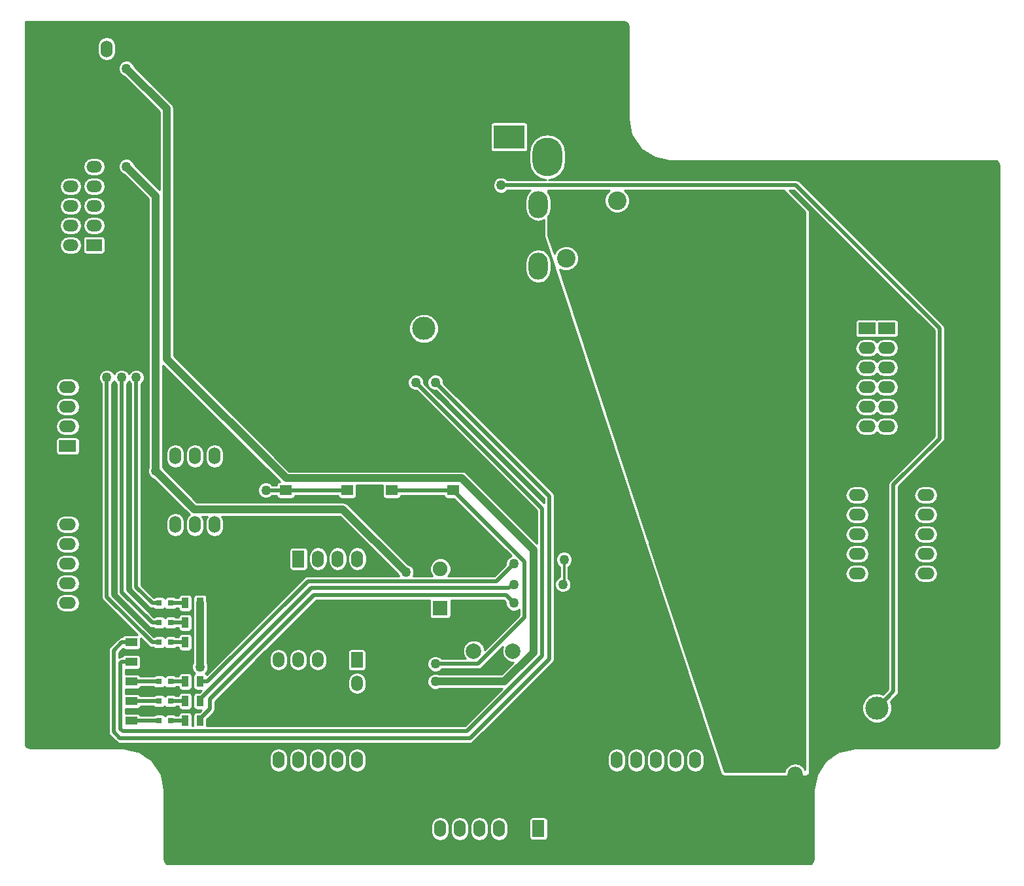
<source format=gbr>
G04 #@! TF.FileFunction,Copper,L1,Top,Signal*
%FSLAX46Y46*%
G04 Gerber Fmt 4.6, Leading zero omitted, Abs format (unit mm)*
G04 Created by KiCad (PCBNEW (2015-10-27 BZR 6284, Git 48df08c)-product) date Wed 09 Dec 2015 03:30:12 AM CET*
%MOMM*%
G01*
G04 APERTURE LIST*
%ADD10C,0.100000*%
%ADD11R,2.199640X1.524000*%
%ADD12O,2.199640X1.524000*%
%ADD13R,1.524000X2.199640*%
%ADD14O,1.524000X2.199640*%
%ADD15C,1.998980*%
%ADD16O,1.998980X4.000500*%
%ADD17O,4.000500X1.998980*%
%ADD18O,4.500880X1.998980*%
%ADD19R,1.905000X1.905000*%
%ADD20C,1.905000*%
%ADD21O,1.500000X2.000000*%
%ADD22R,1.500000X2.000000*%
%ADD23O,2.000000X1.500000*%
%ADD24R,2.000000X1.500000*%
%ADD25C,4.000000*%
%ADD26C,3.000000*%
%ADD27O,2.500000X3.500000*%
%ADD28C,2.400000*%
%ADD29R,0.797560X0.797560*%
%ADD30R,0.889000X1.397000*%
%ADD31R,1.500000X1.100000*%
%ADD32O,3.900000X5.000000*%
%ADD33C,6.000000*%
%ADD34C,1.270000*%
%ADD35C,0.300000*%
%ADD36C,1.000000*%
%ADD37C,0.500000*%
%ADD38C,0.254000*%
G04 APERTURE END LIST*
D10*
D11*
X179070000Y-102235000D03*
D12*
X179070000Y-104775000D03*
X179070000Y-107315000D03*
X179070000Y-109855000D03*
X179070000Y-112395000D03*
X179070000Y-114935000D03*
D11*
X170180000Y-102235000D03*
D12*
X170180000Y-104775000D03*
X170180000Y-107315000D03*
X170180000Y-109855000D03*
X170180000Y-112395000D03*
X170180000Y-114935000D03*
D13*
X92710000Y-139065000D03*
D14*
X95250000Y-139065000D03*
X97790000Y-139065000D03*
X100330000Y-139065000D03*
X102870000Y-139065000D03*
X105410000Y-139065000D03*
D15*
X125603000Y-124968000D03*
X120523000Y-124968000D03*
D16*
X162145980Y-141914880D03*
D17*
X156845000Y-145166080D03*
D18*
X156845000Y-139164060D03*
D19*
X116205000Y-119380000D03*
D20*
X116205000Y-114300000D03*
D21*
X95250000Y-126115000D03*
X95250000Y-129155000D03*
X97790000Y-129155000D03*
X97790000Y-126115000D03*
D22*
X105410000Y-126115000D03*
D21*
X105410000Y-129155000D03*
X102870000Y-126115000D03*
X102870000Y-129155000D03*
X100330000Y-126115000D03*
X100330000Y-129155000D03*
D13*
X136525000Y-139065000D03*
D14*
X139065000Y-139065000D03*
X141605000Y-139065000D03*
X144145000Y-139065000D03*
X146685000Y-139065000D03*
X149225000Y-139065000D03*
D13*
X128905000Y-147955000D03*
D14*
X126365000Y-147955000D03*
X123825000Y-147955000D03*
X121285000Y-147955000D03*
X118745000Y-147955000D03*
X116205000Y-147955000D03*
D11*
X67945000Y-106045000D03*
D12*
X67945000Y-108585000D03*
X67945000Y-111125000D03*
X67945000Y-113665000D03*
X67945000Y-116205000D03*
X67945000Y-118745000D03*
D23*
X71370000Y-62230000D03*
X68330000Y-62230000D03*
X68330000Y-64770000D03*
X71370000Y-64770000D03*
D24*
X71370000Y-72390000D03*
D23*
X68330000Y-72390000D03*
X71370000Y-69850000D03*
X68330000Y-69850000D03*
X71370000Y-67310000D03*
X68330000Y-67310000D03*
D13*
X89535000Y-108585000D03*
D14*
X86995000Y-108585000D03*
X84455000Y-108585000D03*
X81915000Y-108585000D03*
D13*
X89535000Y-99695000D03*
D14*
X86995000Y-99695000D03*
X84455000Y-99695000D03*
X81915000Y-99695000D03*
D11*
X171450000Y-83185000D03*
D12*
X171450000Y-85725000D03*
X171450000Y-88265000D03*
X171450000Y-90805000D03*
X171450000Y-93345000D03*
X171450000Y-95885000D03*
D13*
X97840800Y-113030000D03*
D14*
X100380800Y-113030000D03*
X102920800Y-113030000D03*
X105460800Y-113030000D03*
D11*
X176530000Y-83185000D03*
D12*
X176530000Y-85725000D03*
X176530000Y-88265000D03*
X176530000Y-90805000D03*
X176530000Y-93345000D03*
X176530000Y-95885000D03*
D11*
X173990000Y-83185000D03*
D12*
X173990000Y-85725000D03*
X173990000Y-88265000D03*
X173990000Y-90805000D03*
X173990000Y-93345000D03*
X173990000Y-95885000D03*
D13*
X70485000Y-46990000D03*
D14*
X73025000Y-46990000D03*
D25*
X101265000Y-83185000D03*
D26*
X108565000Y-83185000D03*
X114065000Y-83185000D03*
D10*
G36*
X123095000Y-51880000D02*
X127095000Y-51880000D01*
X127095000Y-54880000D01*
X123095000Y-54880000D01*
X123095000Y-51880000D01*
X123095000Y-51880000D01*
G37*
G36*
X123095000Y-56880000D02*
X127095000Y-56880000D01*
X127095000Y-59880000D01*
X123095000Y-59880000D01*
X123095000Y-56880000D01*
X123095000Y-56880000D01*
G37*
D11*
X67945000Y-98425000D03*
D12*
X67945000Y-95885000D03*
X67945000Y-93345000D03*
X67945000Y-90805000D03*
D27*
X128885000Y-67120000D03*
X128885000Y-75120000D03*
X131885000Y-67120000D03*
D28*
X132485000Y-74120000D03*
X139085000Y-66620000D03*
D26*
X172720000Y-132334000D03*
X172717460Y-127635000D03*
X172717460Y-122936000D03*
X182245000Y-134231380D03*
X182245000Y-121038620D03*
D29*
X81280000Y-123825000D03*
X79781400Y-123825000D03*
X81280000Y-121285000D03*
X79781400Y-121285000D03*
X81280000Y-118745000D03*
X79781400Y-118745000D03*
X81280000Y-128905000D03*
X79781400Y-128905000D03*
X81280000Y-133985000D03*
X79781400Y-133985000D03*
X81280000Y-131445000D03*
X79781400Y-131445000D03*
D30*
X83185000Y-123825000D03*
X85090000Y-123825000D03*
X83185000Y-121285000D03*
X85090000Y-121285000D03*
X83185000Y-118745000D03*
X85090000Y-118745000D03*
X83185000Y-128905000D03*
X85090000Y-128905000D03*
X83185000Y-133985000D03*
X85090000Y-133985000D03*
X83185000Y-131445000D03*
X85090000Y-131445000D03*
D31*
X67305000Y-123825000D03*
X67305000Y-126365000D03*
X67305000Y-128905000D03*
X67305000Y-131445000D03*
X76205000Y-123825000D03*
X76205000Y-126365000D03*
X76205000Y-128905000D03*
X76205000Y-131445000D03*
X76205000Y-133985000D03*
X67305000Y-133985000D03*
D10*
G36*
X110681000Y-98990000D02*
X110681000Y-100290000D01*
X109131000Y-100290000D01*
X109131000Y-98990000D01*
X110681000Y-98990000D01*
X110681000Y-98990000D01*
G37*
G36*
X110681000Y-103490000D02*
X110681000Y-104790000D01*
X109131000Y-104790000D01*
X109131000Y-103490000D01*
X110681000Y-103490000D01*
X110681000Y-103490000D01*
G37*
G36*
X118631000Y-103490000D02*
X118631000Y-104790000D01*
X117081000Y-104790000D01*
X117081000Y-103490000D01*
X118631000Y-103490000D01*
X118631000Y-103490000D01*
G37*
G36*
X118631000Y-98990000D02*
X118631000Y-100290000D01*
X117081000Y-100290000D01*
X117081000Y-98990000D01*
X118631000Y-98990000D01*
X118631000Y-98990000D01*
G37*
G36*
X96965000Y-98990000D02*
X96965000Y-100290000D01*
X95415000Y-100290000D01*
X95415000Y-98990000D01*
X96965000Y-98990000D01*
X96965000Y-98990000D01*
G37*
G36*
X96965000Y-103490000D02*
X96965000Y-104790000D01*
X95415000Y-104790000D01*
X95415000Y-103490000D01*
X96965000Y-103490000D01*
X96965000Y-103490000D01*
G37*
G36*
X104915000Y-103490000D02*
X104915000Y-104790000D01*
X103365000Y-104790000D01*
X103365000Y-103490000D01*
X104915000Y-103490000D01*
X104915000Y-103490000D01*
G37*
G36*
X104915000Y-98990000D02*
X104915000Y-100290000D01*
X103365000Y-100290000D01*
X103365000Y-98990000D01*
X104915000Y-98990000D01*
X104915000Y-98990000D01*
G37*
D32*
X130000000Y-51000000D03*
X130048000Y-61000000D03*
D33*
X86000000Y-140000000D03*
X167513000Y-133000000D03*
X179000000Y-71000000D03*
D34*
X88900000Y-116205000D03*
X88900000Y-120015000D03*
X90805000Y-118110000D03*
X111760000Y-122555000D03*
X113665000Y-124460000D03*
X113665000Y-121285000D03*
X102870000Y-63500000D03*
X102870000Y-60960000D03*
X102870000Y-58420000D03*
X102870000Y-55880000D03*
X102870000Y-53340000D03*
X102870000Y-50800000D03*
X90805000Y-63500000D03*
X90805000Y-60960000D03*
X90805000Y-58420000D03*
X90805000Y-55880000D03*
X90805000Y-53340000D03*
X90805000Y-50800000D03*
X97155000Y-63500000D03*
X97155000Y-60960000D03*
X97155000Y-58420000D03*
X97155000Y-55880000D03*
X97155000Y-53340000D03*
X97155000Y-50800000D03*
X128270000Y-85725000D03*
X128270000Y-83185000D03*
X128270000Y-80645000D03*
X130810000Y-86995000D03*
X130810000Y-84455000D03*
X130810000Y-81915000D03*
X130810000Y-79375000D03*
X72390000Y-86360000D03*
X75565000Y-86360000D03*
X72390000Y-83185000D03*
X69215000Y-83185000D03*
X72390000Y-80010000D03*
X69215000Y-80010000D03*
X137795000Y-100965000D03*
X133985000Y-98425000D03*
X127635000Y-98425000D03*
X113803262Y-98400000D03*
X106680000Y-98425000D03*
X142240000Y-113665000D03*
X142240000Y-116840000D03*
X133985000Y-116840000D03*
X137160000Y-113665000D03*
X139700000Y-113665000D03*
X142240000Y-111125000D03*
X142240000Y-119380000D03*
X139065000Y-121920000D03*
X139700000Y-119380000D03*
X137160000Y-119380000D03*
X137160000Y-116840000D03*
X137160000Y-116840000D03*
X139700000Y-116840000D03*
X138430000Y-110490000D03*
X135890000Y-110490000D03*
X121920000Y-65405000D03*
X133096000Y-128524000D03*
X113792000Y-113284000D03*
X94488000Y-97805010D03*
X70485000Y-100330000D03*
X134077781Y-119380000D03*
X133985000Y-112395000D03*
X140205732Y-108912713D03*
X79375000Y-101652922D03*
X111760000Y-114767491D03*
X75565000Y-62230000D03*
X115570000Y-126617491D03*
X132080000Y-116337334D03*
X132224722Y-113125885D03*
X115570000Y-128905000D03*
X75565000Y-49530000D03*
X85090000Y-127000000D03*
X125730000Y-113665000D03*
X113030000Y-90170000D03*
X115570000Y-90170000D03*
X73025000Y-89535000D03*
X74930000Y-89535000D03*
X76835000Y-89535000D03*
X124062010Y-64626010D03*
X93615569Y-104140000D03*
X125730000Y-118745000D03*
X125730000Y-116333511D03*
D35*
X69215000Y-83185000D02*
X72390000Y-86360000D01*
X72390000Y-83185000D02*
X75565000Y-86360000D01*
X69215000Y-83185000D02*
X72390000Y-83185000D01*
X69215000Y-80010000D02*
X69215000Y-83185000D01*
X69215000Y-80010000D02*
X72390000Y-80010000D01*
X66040000Y-64135000D02*
X66040000Y-76835000D01*
X66040000Y-76835000D02*
X69215000Y-80010000D01*
X66980990Y-63194010D02*
X66040000Y-64135000D01*
X67945000Y-62230000D02*
X66980990Y-63194010D01*
X68580000Y-62230000D02*
X67945000Y-62230000D01*
D36*
X79375000Y-101652922D02*
X84307257Y-106585179D01*
X111745000Y-114752491D02*
X111760000Y-114752491D01*
X84307257Y-106585179D02*
X103577688Y-106585179D01*
X103577688Y-106585179D02*
X111745000Y-114752491D01*
X79375000Y-101652922D02*
X79375000Y-66040000D01*
X79375000Y-66040000D02*
X75565000Y-62230000D01*
D37*
X79375000Y-101893273D02*
X79375000Y-101652922D01*
X109906000Y-104140000D02*
X117856000Y-104140000D01*
X121092757Y-126617491D02*
X120902491Y-126617491D01*
X120902491Y-126617491D02*
X115570000Y-126617491D01*
X117856000Y-104140000D02*
X127102491Y-113386491D01*
X127102491Y-113386491D02*
X127102491Y-120607757D01*
X127102491Y-120607757D02*
X121092757Y-126617491D01*
D35*
X132224722Y-113125885D02*
X132224722Y-116192612D01*
X132224722Y-116192612D02*
X132080000Y-116337334D01*
D36*
X80775010Y-54740010D02*
X80775010Y-87125010D01*
X75565000Y-49530000D02*
X80775010Y-54740010D01*
X80775010Y-87125010D02*
X96239990Y-102589990D01*
X96239990Y-102589990D02*
X119003798Y-102589990D01*
X119003798Y-102589990D02*
X128252501Y-111838693D01*
X128252501Y-111838693D02*
X128252501Y-125129747D01*
X128252501Y-125129747D02*
X124477248Y-128905000D01*
X124477248Y-128905000D02*
X116468025Y-128905000D01*
X116468025Y-128905000D02*
X115570000Y-128905000D01*
X85090000Y-123825000D02*
X85090000Y-127000000D01*
X85090000Y-121285000D02*
X85090000Y-123825000D01*
X85090000Y-121285000D02*
X85090000Y-118745000D01*
D37*
X123492499Y-115902501D02*
X125730000Y-113665000D01*
X99036999Y-115902501D02*
X123492499Y-115902501D01*
X85090000Y-128905000D02*
X86034500Y-128905000D01*
X86034500Y-128905000D02*
X99036999Y-115902501D01*
X76205000Y-126365000D02*
X74955000Y-126365000D01*
X74955000Y-126365000D02*
X74804999Y-126515001D01*
X74804999Y-126515001D02*
X74804999Y-135055001D01*
X74804999Y-135055001D02*
X75083499Y-135333501D01*
X75083499Y-135333501D02*
X119675105Y-135333501D01*
X129402511Y-106542511D02*
X128902510Y-106042510D01*
X128902510Y-106042510D02*
X113030000Y-90170000D01*
X119675105Y-135333501D02*
X129402511Y-125606096D01*
X129402511Y-125606096D02*
X129402511Y-106542511D01*
X76205000Y-123825000D02*
X74955000Y-123825000D01*
X74955000Y-123825000D02*
X73904990Y-124875010D01*
X73904990Y-124875010D02*
X73904990Y-135427798D01*
X73904990Y-135427798D02*
X74710703Y-136233511D01*
X74710703Y-136233511D02*
X120047902Y-136233510D01*
X130302521Y-104902521D02*
X129802519Y-104402519D01*
X120047902Y-136233510D02*
X130302521Y-125978892D01*
X130302521Y-125978892D02*
X130302521Y-104902521D01*
X129802519Y-104402519D02*
X115570000Y-90170000D01*
X73025000Y-89535000D02*
X73025000Y-117967380D01*
X73025000Y-117967380D02*
X78882620Y-123825000D01*
X78882620Y-123825000D02*
X79781400Y-123825000D01*
X74930000Y-89535000D02*
X74930000Y-117332380D01*
X74930000Y-117332380D02*
X78882620Y-121285000D01*
X78882620Y-121285000D02*
X79781400Y-121285000D01*
X76835000Y-116577380D02*
X76835000Y-89535000D01*
X76835000Y-116577380D02*
X76835000Y-116697380D01*
X76835000Y-116697380D02*
X78882620Y-118745000D01*
X78882620Y-118745000D02*
X79781400Y-118745000D01*
X180819830Y-83173008D02*
X162272832Y-64626010D01*
X162272832Y-64626010D02*
X124062010Y-64626010D01*
X174219999Y-130834001D02*
X172720000Y-132334000D01*
X180819830Y-83173008D02*
X180819830Y-97453348D01*
X180819830Y-97453348D02*
X174867461Y-103405717D01*
X174867461Y-103405717D02*
X174867461Y-130186539D01*
X174867461Y-130186539D02*
X174219999Y-130834001D01*
X96190000Y-104140000D02*
X104140000Y-104140000D01*
X93615569Y-104140000D02*
X96190000Y-104140000D01*
X124687521Y-117702521D02*
X125730000Y-118745000D01*
X85090000Y-133985000D02*
X85090000Y-133731000D01*
X85090000Y-133731000D02*
X86360000Y-132461000D01*
X99851285Y-117702521D02*
X124687521Y-117702521D01*
X86360000Y-132461000D02*
X86360000Y-131193806D01*
X86360000Y-131193806D02*
X99851285Y-117702521D01*
X125060317Y-116802511D02*
X125529317Y-116333511D01*
X125529317Y-116333511D02*
X125730000Y-116333511D01*
X99478489Y-116802511D02*
X125060317Y-116802511D01*
X85090000Y-131445000D02*
X85090000Y-131191000D01*
X85090000Y-131191000D02*
X99478489Y-116802511D01*
X81280000Y-123825000D02*
X83185000Y-123825000D01*
X81280000Y-121285000D02*
X83185000Y-121285000D01*
X81280000Y-118745000D02*
X83185000Y-118745000D01*
X81280000Y-128905000D02*
X83185000Y-128905000D01*
X76205000Y-128905000D02*
X79781400Y-128905000D01*
X81280000Y-133985000D02*
X83185000Y-133985000D01*
X76205000Y-133985000D02*
X79781400Y-133985000D01*
X81280000Y-131445000D02*
X83185000Y-131445000D01*
X76205000Y-131445000D02*
X79781400Y-131445000D01*
D38*
G36*
X140196568Y-43525445D02*
X140363209Y-43636791D01*
X140474555Y-43803432D01*
X140523000Y-44046982D01*
X140523000Y-56000000D01*
X140532165Y-56046076D01*
X140532165Y-56093058D01*
X140912767Y-58006475D01*
X140983991Y-58178424D01*
X142067855Y-59800541D01*
X142199459Y-59932146D01*
X142199463Y-59932148D01*
X143821576Y-61016009D01*
X143993525Y-61087233D01*
X145906942Y-61467835D01*
X145953924Y-61467835D01*
X146000000Y-61477000D01*
X187953018Y-61477000D01*
X188196568Y-61525445D01*
X188363209Y-61636791D01*
X188474555Y-61803432D01*
X188523000Y-62046982D01*
X188523000Y-136953018D01*
X188474555Y-137196568D01*
X188363209Y-137363209D01*
X188196568Y-137474555D01*
X187953018Y-137523000D01*
X170000000Y-137523000D01*
X169953924Y-137532165D01*
X169906942Y-137532165D01*
X167993525Y-137912767D01*
X167821576Y-137983991D01*
X166199463Y-139067852D01*
X166199459Y-139067854D01*
X166067855Y-139199459D01*
X164983991Y-140821576D01*
X164912767Y-140993525D01*
X164532165Y-142906942D01*
X164532165Y-142953924D01*
X164523000Y-143000000D01*
X164523000Y-151953018D01*
X164474555Y-152196568D01*
X164363209Y-152363209D01*
X164196568Y-152474555D01*
X163953018Y-152523000D01*
X81046982Y-152523000D01*
X80803432Y-152474555D01*
X80636791Y-152363209D01*
X80525445Y-152196568D01*
X80477000Y-151953018D01*
X80477000Y-147587268D01*
X115016000Y-147587268D01*
X115016000Y-148322732D01*
X115106507Y-148777743D01*
X115364250Y-149163482D01*
X115749989Y-149421225D01*
X116205000Y-149511732D01*
X116660011Y-149421225D01*
X117045750Y-149163482D01*
X117303493Y-148777743D01*
X117394000Y-148322732D01*
X117394000Y-147587268D01*
X117556000Y-147587268D01*
X117556000Y-148322732D01*
X117646507Y-148777743D01*
X117904250Y-149163482D01*
X118289989Y-149421225D01*
X118745000Y-149511732D01*
X119200011Y-149421225D01*
X119585750Y-149163482D01*
X119843493Y-148777743D01*
X119934000Y-148322732D01*
X119934000Y-147587268D01*
X120096000Y-147587268D01*
X120096000Y-148322732D01*
X120186507Y-148777743D01*
X120444250Y-149163482D01*
X120829989Y-149421225D01*
X121285000Y-149511732D01*
X121740011Y-149421225D01*
X122125750Y-149163482D01*
X122383493Y-148777743D01*
X122474000Y-148322732D01*
X122474000Y-147587268D01*
X122636000Y-147587268D01*
X122636000Y-148322732D01*
X122726507Y-148777743D01*
X122984250Y-149163482D01*
X123369989Y-149421225D01*
X123825000Y-149511732D01*
X124280011Y-149421225D01*
X124665750Y-149163482D01*
X124923493Y-148777743D01*
X125014000Y-148322732D01*
X125014000Y-147587268D01*
X124923493Y-147132257D01*
X124738356Y-146855180D01*
X127707635Y-146855180D01*
X127707635Y-149054820D01*
X127737409Y-149213057D01*
X127830927Y-149358387D01*
X127973619Y-149455884D01*
X128143000Y-149490185D01*
X129667000Y-149490185D01*
X129825237Y-149460411D01*
X129970567Y-149366893D01*
X130068064Y-149224201D01*
X130102365Y-149054820D01*
X130102365Y-146855180D01*
X130072591Y-146696943D01*
X129979073Y-146551613D01*
X129836381Y-146454116D01*
X129667000Y-146419815D01*
X128143000Y-146419815D01*
X127984763Y-146449589D01*
X127839433Y-146543107D01*
X127741936Y-146685799D01*
X127707635Y-146855180D01*
X124738356Y-146855180D01*
X124665750Y-146746518D01*
X124280011Y-146488775D01*
X123825000Y-146398268D01*
X123369989Y-146488775D01*
X122984250Y-146746518D01*
X122726507Y-147132257D01*
X122636000Y-147587268D01*
X122474000Y-147587268D01*
X122383493Y-147132257D01*
X122125750Y-146746518D01*
X121740011Y-146488775D01*
X121285000Y-146398268D01*
X120829989Y-146488775D01*
X120444250Y-146746518D01*
X120186507Y-147132257D01*
X120096000Y-147587268D01*
X119934000Y-147587268D01*
X119843493Y-147132257D01*
X119585750Y-146746518D01*
X119200011Y-146488775D01*
X118745000Y-146398268D01*
X118289989Y-146488775D01*
X117904250Y-146746518D01*
X117646507Y-147132257D01*
X117556000Y-147587268D01*
X117394000Y-147587268D01*
X117303493Y-147132257D01*
X117045750Y-146746518D01*
X116660011Y-146488775D01*
X116205000Y-146398268D01*
X115749989Y-146488775D01*
X115364250Y-146746518D01*
X115106507Y-147132257D01*
X115016000Y-147587268D01*
X80477000Y-147587268D01*
X80477000Y-143000000D01*
X80467835Y-142953924D01*
X80467835Y-142906942D01*
X80087233Y-140993525D01*
X80016009Y-140821576D01*
X78932148Y-139199463D01*
X78932146Y-139199459D01*
X78800541Y-139067855D01*
X78245919Y-138697268D01*
X94061000Y-138697268D01*
X94061000Y-139432732D01*
X94151507Y-139887743D01*
X94409250Y-140273482D01*
X94794989Y-140531225D01*
X95250000Y-140621732D01*
X95705011Y-140531225D01*
X96090750Y-140273482D01*
X96348493Y-139887743D01*
X96439000Y-139432732D01*
X96439000Y-138697268D01*
X96601000Y-138697268D01*
X96601000Y-139432732D01*
X96691507Y-139887743D01*
X96949250Y-140273482D01*
X97334989Y-140531225D01*
X97790000Y-140621732D01*
X98245011Y-140531225D01*
X98630750Y-140273482D01*
X98888493Y-139887743D01*
X98979000Y-139432732D01*
X98979000Y-138697268D01*
X99141000Y-138697268D01*
X99141000Y-139432732D01*
X99231507Y-139887743D01*
X99489250Y-140273482D01*
X99874989Y-140531225D01*
X100330000Y-140621732D01*
X100785011Y-140531225D01*
X101170750Y-140273482D01*
X101428493Y-139887743D01*
X101519000Y-139432732D01*
X101519000Y-138697268D01*
X101681000Y-138697268D01*
X101681000Y-139432732D01*
X101771507Y-139887743D01*
X102029250Y-140273482D01*
X102414989Y-140531225D01*
X102870000Y-140621732D01*
X103325011Y-140531225D01*
X103710750Y-140273482D01*
X103968493Y-139887743D01*
X104059000Y-139432732D01*
X104059000Y-138697268D01*
X104221000Y-138697268D01*
X104221000Y-139432732D01*
X104311507Y-139887743D01*
X104569250Y-140273482D01*
X104954989Y-140531225D01*
X105410000Y-140621732D01*
X105865011Y-140531225D01*
X106250750Y-140273482D01*
X106508493Y-139887743D01*
X106599000Y-139432732D01*
X106599000Y-138697268D01*
X137876000Y-138697268D01*
X137876000Y-139432732D01*
X137966507Y-139887743D01*
X138224250Y-140273482D01*
X138609989Y-140531225D01*
X139065000Y-140621732D01*
X139520011Y-140531225D01*
X139905750Y-140273482D01*
X140163493Y-139887743D01*
X140254000Y-139432732D01*
X140254000Y-138697268D01*
X140416000Y-138697268D01*
X140416000Y-139432732D01*
X140506507Y-139887743D01*
X140764250Y-140273482D01*
X141149989Y-140531225D01*
X141605000Y-140621732D01*
X142060011Y-140531225D01*
X142445750Y-140273482D01*
X142703493Y-139887743D01*
X142794000Y-139432732D01*
X142794000Y-138697268D01*
X142956000Y-138697268D01*
X142956000Y-139432732D01*
X143046507Y-139887743D01*
X143304250Y-140273482D01*
X143689989Y-140531225D01*
X144145000Y-140621732D01*
X144600011Y-140531225D01*
X144985750Y-140273482D01*
X145243493Y-139887743D01*
X145334000Y-139432732D01*
X145334000Y-138697268D01*
X145496000Y-138697268D01*
X145496000Y-139432732D01*
X145586507Y-139887743D01*
X145844250Y-140273482D01*
X146229989Y-140531225D01*
X146685000Y-140621732D01*
X147140011Y-140531225D01*
X147525750Y-140273482D01*
X147783493Y-139887743D01*
X147874000Y-139432732D01*
X147874000Y-138697268D01*
X148036000Y-138697268D01*
X148036000Y-139432732D01*
X148126507Y-139887743D01*
X148384250Y-140273482D01*
X148769989Y-140531225D01*
X149225000Y-140621732D01*
X149680011Y-140531225D01*
X150065750Y-140273482D01*
X150323493Y-139887743D01*
X150414000Y-139432732D01*
X150414000Y-138697268D01*
X150323493Y-138242257D01*
X150065750Y-137856518D01*
X149680011Y-137598775D01*
X149225000Y-137508268D01*
X148769989Y-137598775D01*
X148384250Y-137856518D01*
X148126507Y-138242257D01*
X148036000Y-138697268D01*
X147874000Y-138697268D01*
X147783493Y-138242257D01*
X147525750Y-137856518D01*
X147140011Y-137598775D01*
X146685000Y-137508268D01*
X146229989Y-137598775D01*
X145844250Y-137856518D01*
X145586507Y-138242257D01*
X145496000Y-138697268D01*
X145334000Y-138697268D01*
X145243493Y-138242257D01*
X144985750Y-137856518D01*
X144600011Y-137598775D01*
X144145000Y-137508268D01*
X143689989Y-137598775D01*
X143304250Y-137856518D01*
X143046507Y-138242257D01*
X142956000Y-138697268D01*
X142794000Y-138697268D01*
X142703493Y-138242257D01*
X142445750Y-137856518D01*
X142060011Y-137598775D01*
X141605000Y-137508268D01*
X141149989Y-137598775D01*
X140764250Y-137856518D01*
X140506507Y-138242257D01*
X140416000Y-138697268D01*
X140254000Y-138697268D01*
X140163493Y-138242257D01*
X139905750Y-137856518D01*
X139520011Y-137598775D01*
X139065000Y-137508268D01*
X138609989Y-137598775D01*
X138224250Y-137856518D01*
X137966507Y-138242257D01*
X137876000Y-138697268D01*
X106599000Y-138697268D01*
X106508493Y-138242257D01*
X106250750Y-137856518D01*
X105865011Y-137598775D01*
X105410000Y-137508268D01*
X104954989Y-137598775D01*
X104569250Y-137856518D01*
X104311507Y-138242257D01*
X104221000Y-138697268D01*
X104059000Y-138697268D01*
X103968493Y-138242257D01*
X103710750Y-137856518D01*
X103325011Y-137598775D01*
X102870000Y-137508268D01*
X102414989Y-137598775D01*
X102029250Y-137856518D01*
X101771507Y-138242257D01*
X101681000Y-138697268D01*
X101519000Y-138697268D01*
X101428493Y-138242257D01*
X101170750Y-137856518D01*
X100785011Y-137598775D01*
X100330000Y-137508268D01*
X99874989Y-137598775D01*
X99489250Y-137856518D01*
X99231507Y-138242257D01*
X99141000Y-138697268D01*
X98979000Y-138697268D01*
X98888493Y-138242257D01*
X98630750Y-137856518D01*
X98245011Y-137598775D01*
X97790000Y-137508268D01*
X97334989Y-137598775D01*
X96949250Y-137856518D01*
X96691507Y-138242257D01*
X96601000Y-138697268D01*
X96439000Y-138697268D01*
X96348493Y-138242257D01*
X96090750Y-137856518D01*
X95705011Y-137598775D01*
X95250000Y-137508268D01*
X94794989Y-137598775D01*
X94409250Y-137856518D01*
X94151507Y-138242257D01*
X94061000Y-138697268D01*
X78245919Y-138697268D01*
X77178424Y-137983991D01*
X77006475Y-137912767D01*
X75093058Y-137532165D01*
X75046076Y-137532165D01*
X75000000Y-137523000D01*
X63046982Y-137523000D01*
X62803432Y-137474555D01*
X62636791Y-137363209D01*
X62525445Y-137196568D01*
X62477000Y-136953018D01*
X62477000Y-118745000D01*
X66388268Y-118745000D01*
X66478775Y-119200011D01*
X66736518Y-119585750D01*
X67122257Y-119843493D01*
X67577268Y-119934000D01*
X68312732Y-119934000D01*
X68767743Y-119843493D01*
X69153482Y-119585750D01*
X69411225Y-119200011D01*
X69501732Y-118745000D01*
X69411225Y-118289989D01*
X69153482Y-117904250D01*
X68767743Y-117646507D01*
X68312732Y-117556000D01*
X67577268Y-117556000D01*
X67122257Y-117646507D01*
X66736518Y-117904250D01*
X66478775Y-118289989D01*
X66388268Y-118745000D01*
X62477000Y-118745000D01*
X62477000Y-116205000D01*
X66388268Y-116205000D01*
X66478775Y-116660011D01*
X66736518Y-117045750D01*
X67122257Y-117303493D01*
X67577268Y-117394000D01*
X68312732Y-117394000D01*
X68767743Y-117303493D01*
X69153482Y-117045750D01*
X69411225Y-116660011D01*
X69501732Y-116205000D01*
X69411225Y-115749989D01*
X69153482Y-115364250D01*
X68767743Y-115106507D01*
X68312732Y-115016000D01*
X67577268Y-115016000D01*
X67122257Y-115106507D01*
X66736518Y-115364250D01*
X66478775Y-115749989D01*
X66388268Y-116205000D01*
X62477000Y-116205000D01*
X62477000Y-113665000D01*
X66388268Y-113665000D01*
X66478775Y-114120011D01*
X66736518Y-114505750D01*
X67122257Y-114763493D01*
X67577268Y-114854000D01*
X68312732Y-114854000D01*
X68767743Y-114763493D01*
X69153482Y-114505750D01*
X69411225Y-114120011D01*
X69501732Y-113665000D01*
X69411225Y-113209989D01*
X69153482Y-112824250D01*
X68767743Y-112566507D01*
X68312732Y-112476000D01*
X67577268Y-112476000D01*
X67122257Y-112566507D01*
X66736518Y-112824250D01*
X66478775Y-113209989D01*
X66388268Y-113665000D01*
X62477000Y-113665000D01*
X62477000Y-111125000D01*
X66388268Y-111125000D01*
X66478775Y-111580011D01*
X66736518Y-111965750D01*
X67122257Y-112223493D01*
X67577268Y-112314000D01*
X68312732Y-112314000D01*
X68767743Y-112223493D01*
X69153482Y-111965750D01*
X69411225Y-111580011D01*
X69501732Y-111125000D01*
X69411225Y-110669989D01*
X69153482Y-110284250D01*
X68767743Y-110026507D01*
X68312732Y-109936000D01*
X67577268Y-109936000D01*
X67122257Y-110026507D01*
X66736518Y-110284250D01*
X66478775Y-110669989D01*
X66388268Y-111125000D01*
X62477000Y-111125000D01*
X62477000Y-108585000D01*
X66388268Y-108585000D01*
X66478775Y-109040011D01*
X66736518Y-109425750D01*
X67122257Y-109683493D01*
X67577268Y-109774000D01*
X68312732Y-109774000D01*
X68767743Y-109683493D01*
X69153482Y-109425750D01*
X69411225Y-109040011D01*
X69501732Y-108585000D01*
X69411225Y-108129989D01*
X69153482Y-107744250D01*
X68767743Y-107486507D01*
X68312732Y-107396000D01*
X67577268Y-107396000D01*
X67122257Y-107486507D01*
X66736518Y-107744250D01*
X66478775Y-108129989D01*
X66388268Y-108585000D01*
X62477000Y-108585000D01*
X62477000Y-97663000D01*
X66409815Y-97663000D01*
X66409815Y-99187000D01*
X66439589Y-99345237D01*
X66533107Y-99490567D01*
X66675799Y-99588064D01*
X66845180Y-99622365D01*
X69044820Y-99622365D01*
X69203057Y-99592591D01*
X69348387Y-99499073D01*
X69445884Y-99356381D01*
X69480185Y-99187000D01*
X69480185Y-97663000D01*
X69450411Y-97504763D01*
X69356893Y-97359433D01*
X69214201Y-97261936D01*
X69044820Y-97227635D01*
X66845180Y-97227635D01*
X66686943Y-97257409D01*
X66541613Y-97350927D01*
X66444116Y-97493619D01*
X66409815Y-97663000D01*
X62477000Y-97663000D01*
X62477000Y-95885000D01*
X66388268Y-95885000D01*
X66478775Y-96340011D01*
X66736518Y-96725750D01*
X67122257Y-96983493D01*
X67577268Y-97074000D01*
X68312732Y-97074000D01*
X68767743Y-96983493D01*
X69153482Y-96725750D01*
X69411225Y-96340011D01*
X69501732Y-95885000D01*
X69411225Y-95429989D01*
X69153482Y-95044250D01*
X68767743Y-94786507D01*
X68312732Y-94696000D01*
X67577268Y-94696000D01*
X67122257Y-94786507D01*
X66736518Y-95044250D01*
X66478775Y-95429989D01*
X66388268Y-95885000D01*
X62477000Y-95885000D01*
X62477000Y-93345000D01*
X66388268Y-93345000D01*
X66478775Y-93800011D01*
X66736518Y-94185750D01*
X67122257Y-94443493D01*
X67577268Y-94534000D01*
X68312732Y-94534000D01*
X68767743Y-94443493D01*
X69153482Y-94185750D01*
X69411225Y-93800011D01*
X69501732Y-93345000D01*
X69411225Y-92889989D01*
X69153482Y-92504250D01*
X68767743Y-92246507D01*
X68312732Y-92156000D01*
X67577268Y-92156000D01*
X67122257Y-92246507D01*
X66736518Y-92504250D01*
X66478775Y-92889989D01*
X66388268Y-93345000D01*
X62477000Y-93345000D01*
X62477000Y-90805000D01*
X66388268Y-90805000D01*
X66478775Y-91260011D01*
X66736518Y-91645750D01*
X67122257Y-91903493D01*
X67577268Y-91994000D01*
X68312732Y-91994000D01*
X68767743Y-91903493D01*
X69153482Y-91645750D01*
X69411225Y-91260011D01*
X69501732Y-90805000D01*
X69411225Y-90349989D01*
X69153482Y-89964250D01*
X68825828Y-89745318D01*
X71962816Y-89745318D01*
X72124155Y-90135789D01*
X72348000Y-90360025D01*
X72348000Y-117967380D01*
X72399534Y-118226457D01*
X72501808Y-118379521D01*
X72546289Y-118446091D01*
X76939832Y-122839635D01*
X75455000Y-122839635D01*
X75296763Y-122869409D01*
X75151433Y-122962927D01*
X75053936Y-123105619D01*
X75045354Y-123148000D01*
X74955000Y-123148000D01*
X74695923Y-123199534D01*
X74610160Y-123256839D01*
X74476288Y-123346289D01*
X73426279Y-124396299D01*
X73279524Y-124615933D01*
X73227990Y-124875010D01*
X73227990Y-135427798D01*
X73279524Y-135686875D01*
X73363272Y-135812212D01*
X73426279Y-135906509D01*
X74231992Y-136712222D01*
X74451626Y-136858977D01*
X74710703Y-136910511D01*
X120047902Y-136910510D01*
X120306979Y-136858976D01*
X120526613Y-136712221D01*
X130781233Y-126457603D01*
X130927988Y-126237968D01*
X130979521Y-125978892D01*
X130979521Y-116547652D01*
X131017816Y-116547652D01*
X131179155Y-116938123D01*
X131477640Y-117237129D01*
X131867828Y-117399149D01*
X132290318Y-117399518D01*
X132680789Y-117238179D01*
X132979795Y-116939694D01*
X133141815Y-116549506D01*
X133142184Y-116127016D01*
X132980845Y-115736545D01*
X132801722Y-115557109D01*
X132801722Y-114036559D01*
X132825511Y-114026730D01*
X133124517Y-113728245D01*
X133286537Y-113338057D01*
X133286906Y-112915567D01*
X133125567Y-112525096D01*
X132827082Y-112226090D01*
X132436894Y-112064070D01*
X132014404Y-112063701D01*
X131623933Y-112225040D01*
X131324927Y-112523525D01*
X131162907Y-112913713D01*
X131162538Y-113336203D01*
X131323877Y-113726674D01*
X131622362Y-114025680D01*
X131647722Y-114036210D01*
X131647722Y-115366862D01*
X131479211Y-115436489D01*
X131180205Y-115734974D01*
X131018185Y-116125162D01*
X131017816Y-116547652D01*
X130979521Y-116547652D01*
X130979521Y-104902521D01*
X130957139Y-104790000D01*
X130927988Y-104643445D01*
X130781233Y-104423810D01*
X130281232Y-103923810D01*
X130281230Y-103923807D01*
X116631909Y-90274487D01*
X116632184Y-89959682D01*
X116470845Y-89569211D01*
X116172360Y-89270205D01*
X115782172Y-89108185D01*
X115359682Y-89107816D01*
X114969211Y-89269155D01*
X114670205Y-89567640D01*
X114508185Y-89957828D01*
X114507816Y-90380318D01*
X114669155Y-90770789D01*
X114967640Y-91069795D01*
X115357828Y-91231815D01*
X115674670Y-91232092D01*
X129323807Y-104881230D01*
X129323810Y-104881232D01*
X129625521Y-105182944D01*
X129625521Y-105808099D01*
X114091909Y-90274487D01*
X114092184Y-89959682D01*
X113930845Y-89569211D01*
X113632360Y-89270205D01*
X113242172Y-89108185D01*
X112819682Y-89107816D01*
X112429211Y-89269155D01*
X112130205Y-89567640D01*
X111968185Y-89957828D01*
X111967816Y-90380318D01*
X112129155Y-90770789D01*
X112427640Y-91069795D01*
X112817828Y-91231815D01*
X113134670Y-91232092D01*
X128725511Y-106822933D01*
X128725511Y-111000727D01*
X119659286Y-101934502D01*
X119597582Y-101893273D01*
X119358546Y-101733554D01*
X119003798Y-101662990D01*
X96623966Y-101662990D01*
X81702010Y-86741034D01*
X81702010Y-83566622D01*
X112137666Y-83566622D01*
X112430416Y-84275132D01*
X112972017Y-84817678D01*
X113680014Y-85111665D01*
X114446622Y-85112334D01*
X115155132Y-84819584D01*
X115697678Y-84277983D01*
X115991665Y-83569986D01*
X115992334Y-82803378D01*
X115699584Y-82094868D01*
X115157983Y-81552322D01*
X114449986Y-81258335D01*
X113683378Y-81257666D01*
X112974868Y-81550416D01*
X112432322Y-82092017D01*
X112138335Y-82800014D01*
X112137666Y-83566622D01*
X81702010Y-83566622D01*
X81702010Y-74577350D01*
X127208000Y-74577350D01*
X127208000Y-75662650D01*
X127335654Y-76304410D01*
X127699182Y-76848468D01*
X128243240Y-77211996D01*
X128885000Y-77339650D01*
X129526760Y-77211996D01*
X130070818Y-76848468D01*
X130434346Y-76304410D01*
X130562000Y-75662650D01*
X130562000Y-74577350D01*
X130434346Y-73935590D01*
X130070818Y-73391532D01*
X129526760Y-73028004D01*
X128885000Y-72900350D01*
X128243240Y-73028004D01*
X127699182Y-73391532D01*
X127335654Y-73935590D01*
X127208000Y-74577350D01*
X81702010Y-74577350D01*
X81702010Y-64836328D01*
X122999826Y-64836328D01*
X123161165Y-65226799D01*
X123459650Y-65525805D01*
X123849838Y-65687825D01*
X124272328Y-65688194D01*
X124662799Y-65526855D01*
X124887035Y-65303010D01*
X127831665Y-65303010D01*
X127699182Y-65391532D01*
X127335654Y-65935590D01*
X127208000Y-66577350D01*
X127208000Y-67662650D01*
X127335654Y-68304410D01*
X127699182Y-68848468D01*
X128243240Y-69211996D01*
X128885000Y-69339650D01*
X129526760Y-69211996D01*
X129621000Y-69149027D01*
X129621000Y-71120000D01*
X129642324Y-71253251D01*
X152502324Y-140849251D01*
X152601923Y-141013735D01*
X152741873Y-141109358D01*
X152908000Y-141143000D01*
X163576000Y-141143000D01*
X163731196Y-141113798D01*
X163873735Y-141022077D01*
X163969358Y-140882127D01*
X164003000Y-140716000D01*
X164003000Y-114935000D01*
X168623268Y-114935000D01*
X168713775Y-115390011D01*
X168971518Y-115775750D01*
X169357257Y-116033493D01*
X169812268Y-116124000D01*
X170547732Y-116124000D01*
X171002743Y-116033493D01*
X171388482Y-115775750D01*
X171646225Y-115390011D01*
X171736732Y-114935000D01*
X171646225Y-114479989D01*
X171388482Y-114094250D01*
X171002743Y-113836507D01*
X170547732Y-113746000D01*
X169812268Y-113746000D01*
X169357257Y-113836507D01*
X168971518Y-114094250D01*
X168713775Y-114479989D01*
X168623268Y-114935000D01*
X164003000Y-114935000D01*
X164003000Y-112395000D01*
X168623268Y-112395000D01*
X168713775Y-112850011D01*
X168971518Y-113235750D01*
X169357257Y-113493493D01*
X169812268Y-113584000D01*
X170547732Y-113584000D01*
X171002743Y-113493493D01*
X171388482Y-113235750D01*
X171646225Y-112850011D01*
X171736732Y-112395000D01*
X171646225Y-111939989D01*
X171388482Y-111554250D01*
X171002743Y-111296507D01*
X170547732Y-111206000D01*
X169812268Y-111206000D01*
X169357257Y-111296507D01*
X168971518Y-111554250D01*
X168713775Y-111939989D01*
X168623268Y-112395000D01*
X164003000Y-112395000D01*
X164003000Y-109855000D01*
X168623268Y-109855000D01*
X168713775Y-110310011D01*
X168971518Y-110695750D01*
X169357257Y-110953493D01*
X169812268Y-111044000D01*
X170547732Y-111044000D01*
X171002743Y-110953493D01*
X171388482Y-110695750D01*
X171646225Y-110310011D01*
X171736732Y-109855000D01*
X171646225Y-109399989D01*
X171388482Y-109014250D01*
X171002743Y-108756507D01*
X170547732Y-108666000D01*
X169812268Y-108666000D01*
X169357257Y-108756507D01*
X168971518Y-109014250D01*
X168713775Y-109399989D01*
X168623268Y-109855000D01*
X164003000Y-109855000D01*
X164003000Y-107315000D01*
X168623268Y-107315000D01*
X168713775Y-107770011D01*
X168971518Y-108155750D01*
X169357257Y-108413493D01*
X169812268Y-108504000D01*
X170547732Y-108504000D01*
X171002743Y-108413493D01*
X171388482Y-108155750D01*
X171646225Y-107770011D01*
X171736732Y-107315000D01*
X171646225Y-106859989D01*
X171388482Y-106474250D01*
X171002743Y-106216507D01*
X170547732Y-106126000D01*
X169812268Y-106126000D01*
X169357257Y-106216507D01*
X168971518Y-106474250D01*
X168713775Y-106859989D01*
X168623268Y-107315000D01*
X164003000Y-107315000D01*
X164003000Y-104775000D01*
X168623268Y-104775000D01*
X168713775Y-105230011D01*
X168971518Y-105615750D01*
X169357257Y-105873493D01*
X169812268Y-105964000D01*
X170547732Y-105964000D01*
X171002743Y-105873493D01*
X171388482Y-105615750D01*
X171646225Y-105230011D01*
X171736732Y-104775000D01*
X171646225Y-104319989D01*
X171388482Y-103934250D01*
X171002743Y-103676507D01*
X170547732Y-103586000D01*
X169812268Y-103586000D01*
X169357257Y-103676507D01*
X168971518Y-103934250D01*
X168713775Y-104319989D01*
X168623268Y-104775000D01*
X164003000Y-104775000D01*
X164003000Y-95885000D01*
X169893268Y-95885000D01*
X169983775Y-96340011D01*
X170241518Y-96725750D01*
X170627257Y-96983493D01*
X171082268Y-97074000D01*
X171817732Y-97074000D01*
X172272743Y-96983493D01*
X172658482Y-96725750D01*
X172720000Y-96633682D01*
X172781518Y-96725750D01*
X173167257Y-96983493D01*
X173622268Y-97074000D01*
X174357732Y-97074000D01*
X174812743Y-96983493D01*
X175198482Y-96725750D01*
X175456225Y-96340011D01*
X175546732Y-95885000D01*
X175456225Y-95429989D01*
X175198482Y-95044250D01*
X174812743Y-94786507D01*
X174357732Y-94696000D01*
X173622268Y-94696000D01*
X173167257Y-94786507D01*
X172781518Y-95044250D01*
X172720000Y-95136318D01*
X172658482Y-95044250D01*
X172272743Y-94786507D01*
X171817732Y-94696000D01*
X171082268Y-94696000D01*
X170627257Y-94786507D01*
X170241518Y-95044250D01*
X169983775Y-95429989D01*
X169893268Y-95885000D01*
X164003000Y-95885000D01*
X164003000Y-93345000D01*
X169893268Y-93345000D01*
X169983775Y-93800011D01*
X170241518Y-94185750D01*
X170627257Y-94443493D01*
X171082268Y-94534000D01*
X171817732Y-94534000D01*
X172272743Y-94443493D01*
X172658482Y-94185750D01*
X172720000Y-94093682D01*
X172781518Y-94185750D01*
X173167257Y-94443493D01*
X173622268Y-94534000D01*
X174357732Y-94534000D01*
X174812743Y-94443493D01*
X175198482Y-94185750D01*
X175456225Y-93800011D01*
X175546732Y-93345000D01*
X175456225Y-92889989D01*
X175198482Y-92504250D01*
X174812743Y-92246507D01*
X174357732Y-92156000D01*
X173622268Y-92156000D01*
X173167257Y-92246507D01*
X172781518Y-92504250D01*
X172720000Y-92596318D01*
X172658482Y-92504250D01*
X172272743Y-92246507D01*
X171817732Y-92156000D01*
X171082268Y-92156000D01*
X170627257Y-92246507D01*
X170241518Y-92504250D01*
X169983775Y-92889989D01*
X169893268Y-93345000D01*
X164003000Y-93345000D01*
X164003000Y-90805000D01*
X169893268Y-90805000D01*
X169983775Y-91260011D01*
X170241518Y-91645750D01*
X170627257Y-91903493D01*
X171082268Y-91994000D01*
X171817732Y-91994000D01*
X172272743Y-91903493D01*
X172658482Y-91645750D01*
X172720000Y-91553682D01*
X172781518Y-91645750D01*
X173167257Y-91903493D01*
X173622268Y-91994000D01*
X174357732Y-91994000D01*
X174812743Y-91903493D01*
X175198482Y-91645750D01*
X175456225Y-91260011D01*
X175546732Y-90805000D01*
X175456225Y-90349989D01*
X175198482Y-89964250D01*
X174812743Y-89706507D01*
X174357732Y-89616000D01*
X173622268Y-89616000D01*
X173167257Y-89706507D01*
X172781518Y-89964250D01*
X172720000Y-90056318D01*
X172658482Y-89964250D01*
X172272743Y-89706507D01*
X171817732Y-89616000D01*
X171082268Y-89616000D01*
X170627257Y-89706507D01*
X170241518Y-89964250D01*
X169983775Y-90349989D01*
X169893268Y-90805000D01*
X164003000Y-90805000D01*
X164003000Y-88265000D01*
X169893268Y-88265000D01*
X169983775Y-88720011D01*
X170241518Y-89105750D01*
X170627257Y-89363493D01*
X171082268Y-89454000D01*
X171817732Y-89454000D01*
X172272743Y-89363493D01*
X172658482Y-89105750D01*
X172720000Y-89013682D01*
X172781518Y-89105750D01*
X173167257Y-89363493D01*
X173622268Y-89454000D01*
X174357732Y-89454000D01*
X174812743Y-89363493D01*
X175198482Y-89105750D01*
X175456225Y-88720011D01*
X175546732Y-88265000D01*
X175456225Y-87809989D01*
X175198482Y-87424250D01*
X174812743Y-87166507D01*
X174357732Y-87076000D01*
X173622268Y-87076000D01*
X173167257Y-87166507D01*
X172781518Y-87424250D01*
X172720000Y-87516318D01*
X172658482Y-87424250D01*
X172272743Y-87166507D01*
X171817732Y-87076000D01*
X171082268Y-87076000D01*
X170627257Y-87166507D01*
X170241518Y-87424250D01*
X169983775Y-87809989D01*
X169893268Y-88265000D01*
X164003000Y-88265000D01*
X164003000Y-85725000D01*
X169893268Y-85725000D01*
X169983775Y-86180011D01*
X170241518Y-86565750D01*
X170627257Y-86823493D01*
X171082268Y-86914000D01*
X171817732Y-86914000D01*
X172272743Y-86823493D01*
X172658482Y-86565750D01*
X172720000Y-86473682D01*
X172781518Y-86565750D01*
X173167257Y-86823493D01*
X173622268Y-86914000D01*
X174357732Y-86914000D01*
X174812743Y-86823493D01*
X175198482Y-86565750D01*
X175456225Y-86180011D01*
X175546732Y-85725000D01*
X175456225Y-85269989D01*
X175198482Y-84884250D01*
X174812743Y-84626507D01*
X174357732Y-84536000D01*
X173622268Y-84536000D01*
X173167257Y-84626507D01*
X172781518Y-84884250D01*
X172720000Y-84976318D01*
X172658482Y-84884250D01*
X172272743Y-84626507D01*
X171817732Y-84536000D01*
X171082268Y-84536000D01*
X170627257Y-84626507D01*
X170241518Y-84884250D01*
X169983775Y-85269989D01*
X169893268Y-85725000D01*
X164003000Y-85725000D01*
X164003000Y-82423000D01*
X169914815Y-82423000D01*
X169914815Y-83947000D01*
X169944589Y-84105237D01*
X170038107Y-84250567D01*
X170180799Y-84348064D01*
X170350180Y-84382365D01*
X172549820Y-84382365D01*
X172708057Y-84352591D01*
X172718031Y-84346173D01*
X172720799Y-84348064D01*
X172890180Y-84382365D01*
X175089820Y-84382365D01*
X175248057Y-84352591D01*
X175393387Y-84259073D01*
X175490884Y-84116381D01*
X175525185Y-83947000D01*
X175525185Y-82423000D01*
X175495411Y-82264763D01*
X175401893Y-82119433D01*
X175259201Y-82021936D01*
X175089820Y-81987635D01*
X172890180Y-81987635D01*
X172731943Y-82017409D01*
X172721969Y-82023827D01*
X172719201Y-82021936D01*
X172549820Y-81987635D01*
X170350180Y-81987635D01*
X170191943Y-82017409D01*
X170046613Y-82110927D01*
X169949116Y-82253619D01*
X169914815Y-82423000D01*
X164003000Y-82423000D01*
X164003000Y-68072000D01*
X163971616Y-67911323D01*
X163877935Y-67770065D01*
X161410880Y-65303010D01*
X161992410Y-65303010D01*
X180142830Y-83453430D01*
X180142830Y-97172926D01*
X174388750Y-102927006D01*
X174241995Y-103146640D01*
X174190461Y-103405717D01*
X174190461Y-129906116D01*
X173741288Y-130355290D01*
X173517819Y-130578759D01*
X173104986Y-130407335D01*
X172338378Y-130406666D01*
X171629868Y-130699416D01*
X171087322Y-131241017D01*
X170793335Y-131949014D01*
X170792666Y-132715622D01*
X171085416Y-133424132D01*
X171627017Y-133966678D01*
X172335014Y-134260665D01*
X173101622Y-134261334D01*
X173810132Y-133968584D01*
X174352678Y-133426983D01*
X174646665Y-132718986D01*
X174647334Y-131952378D01*
X174475329Y-131536093D01*
X174698710Y-131312712D01*
X175346173Y-130665250D01*
X175492928Y-130445615D01*
X175544461Y-130186539D01*
X175544461Y-114935000D01*
X177513268Y-114935000D01*
X177603775Y-115390011D01*
X177861518Y-115775750D01*
X178247257Y-116033493D01*
X178702268Y-116124000D01*
X179437732Y-116124000D01*
X179892743Y-116033493D01*
X180278482Y-115775750D01*
X180536225Y-115390011D01*
X180626732Y-114935000D01*
X180536225Y-114479989D01*
X180278482Y-114094250D01*
X179892743Y-113836507D01*
X179437732Y-113746000D01*
X178702268Y-113746000D01*
X178247257Y-113836507D01*
X177861518Y-114094250D01*
X177603775Y-114479989D01*
X177513268Y-114935000D01*
X175544461Y-114935000D01*
X175544461Y-112395000D01*
X177513268Y-112395000D01*
X177603775Y-112850011D01*
X177861518Y-113235750D01*
X178247257Y-113493493D01*
X178702268Y-113584000D01*
X179437732Y-113584000D01*
X179892743Y-113493493D01*
X180278482Y-113235750D01*
X180536225Y-112850011D01*
X180626732Y-112395000D01*
X180536225Y-111939989D01*
X180278482Y-111554250D01*
X179892743Y-111296507D01*
X179437732Y-111206000D01*
X178702268Y-111206000D01*
X178247257Y-111296507D01*
X177861518Y-111554250D01*
X177603775Y-111939989D01*
X177513268Y-112395000D01*
X175544461Y-112395000D01*
X175544461Y-109855000D01*
X177513268Y-109855000D01*
X177603775Y-110310011D01*
X177861518Y-110695750D01*
X178247257Y-110953493D01*
X178702268Y-111044000D01*
X179437732Y-111044000D01*
X179892743Y-110953493D01*
X180278482Y-110695750D01*
X180536225Y-110310011D01*
X180626732Y-109855000D01*
X180536225Y-109399989D01*
X180278482Y-109014250D01*
X179892743Y-108756507D01*
X179437732Y-108666000D01*
X178702268Y-108666000D01*
X178247257Y-108756507D01*
X177861518Y-109014250D01*
X177603775Y-109399989D01*
X177513268Y-109855000D01*
X175544461Y-109855000D01*
X175544461Y-107315000D01*
X177513268Y-107315000D01*
X177603775Y-107770011D01*
X177861518Y-108155750D01*
X178247257Y-108413493D01*
X178702268Y-108504000D01*
X179437732Y-108504000D01*
X179892743Y-108413493D01*
X180278482Y-108155750D01*
X180536225Y-107770011D01*
X180626732Y-107315000D01*
X180536225Y-106859989D01*
X180278482Y-106474250D01*
X179892743Y-106216507D01*
X179437732Y-106126000D01*
X178702268Y-106126000D01*
X178247257Y-106216507D01*
X177861518Y-106474250D01*
X177603775Y-106859989D01*
X177513268Y-107315000D01*
X175544461Y-107315000D01*
X175544461Y-104775000D01*
X177513268Y-104775000D01*
X177603775Y-105230011D01*
X177861518Y-105615750D01*
X178247257Y-105873493D01*
X178702268Y-105964000D01*
X179437732Y-105964000D01*
X179892743Y-105873493D01*
X180278482Y-105615750D01*
X180536225Y-105230011D01*
X180626732Y-104775000D01*
X180536225Y-104319989D01*
X180278482Y-103934250D01*
X179892743Y-103676507D01*
X179437732Y-103586000D01*
X178702268Y-103586000D01*
X178247257Y-103676507D01*
X177861518Y-103934250D01*
X177603775Y-104319989D01*
X177513268Y-104775000D01*
X175544461Y-104775000D01*
X175544461Y-103686139D01*
X181298541Y-97932059D01*
X181445296Y-97712425D01*
X181496830Y-97453348D01*
X181496830Y-83173008D01*
X181445296Y-82913931D01*
X181298541Y-82694297D01*
X162751543Y-64147299D01*
X162707996Y-64118202D01*
X162531909Y-64000544D01*
X162272832Y-63949010D01*
X130225631Y-63949010D01*
X130957639Y-63803405D01*
X131728793Y-63288136D01*
X132244062Y-62516982D01*
X132425000Y-61607343D01*
X132425000Y-60392657D01*
X132244062Y-59483018D01*
X131728793Y-58711864D01*
X130957639Y-58196595D01*
X130048000Y-58015657D01*
X129138361Y-58196595D01*
X128367207Y-58711864D01*
X127851938Y-59483018D01*
X127671000Y-60392657D01*
X127671000Y-61607343D01*
X127851938Y-62516982D01*
X128367207Y-63288136D01*
X129138361Y-63803405D01*
X129870369Y-63949010D01*
X124886777Y-63949010D01*
X124664370Y-63726215D01*
X124274182Y-63564195D01*
X123851692Y-63563826D01*
X123461221Y-63725165D01*
X123162215Y-64023650D01*
X123000195Y-64413838D01*
X122999826Y-64836328D01*
X81702010Y-64836328D01*
X81702010Y-56880000D01*
X122659635Y-56880000D01*
X122659635Y-59880000D01*
X122689409Y-60038237D01*
X122782927Y-60183567D01*
X122925619Y-60281064D01*
X123095000Y-60315365D01*
X127095000Y-60315365D01*
X127253237Y-60285591D01*
X127398567Y-60192073D01*
X127496064Y-60049381D01*
X127530365Y-59880000D01*
X127530365Y-56880000D01*
X127500591Y-56721763D01*
X127407073Y-56576433D01*
X127264381Y-56478936D01*
X127095000Y-56444635D01*
X123095000Y-56444635D01*
X122936763Y-56474409D01*
X122791433Y-56567927D01*
X122693936Y-56710619D01*
X122659635Y-56880000D01*
X81702010Y-56880000D01*
X81702010Y-54740010D01*
X81631447Y-54385263D01*
X81430498Y-54084522D01*
X76600093Y-49254117D01*
X76465845Y-48929211D01*
X76167360Y-48630205D01*
X75777172Y-48468185D01*
X75354682Y-48467816D01*
X74964211Y-48629155D01*
X74665205Y-48927640D01*
X74503185Y-49317828D01*
X74502816Y-49740318D01*
X74664155Y-50130789D01*
X74962640Y-50429795D01*
X75289573Y-50565549D01*
X79848010Y-55123986D01*
X79848010Y-65202034D01*
X76600093Y-61954117D01*
X76465845Y-61629211D01*
X76167360Y-61330205D01*
X75777172Y-61168185D01*
X75354682Y-61167816D01*
X74964211Y-61329155D01*
X74665205Y-61627640D01*
X74503185Y-62017828D01*
X74502816Y-62440318D01*
X74664155Y-62830789D01*
X74962640Y-63129795D01*
X75289573Y-63265549D01*
X78448000Y-66423976D01*
X78448000Y-101116079D01*
X78313185Y-101440750D01*
X78312816Y-101863240D01*
X78474155Y-102253711D01*
X78772640Y-102552717D01*
X79099573Y-102688471D01*
X83651769Y-107240667D01*
X83734667Y-107296058D01*
X83614250Y-107376518D01*
X83356507Y-107762257D01*
X83266000Y-108217268D01*
X83266000Y-108952732D01*
X83356507Y-109407743D01*
X83614250Y-109793482D01*
X83999989Y-110051225D01*
X84455000Y-110141732D01*
X84910011Y-110051225D01*
X85295750Y-109793482D01*
X85553493Y-109407743D01*
X85644000Y-108952732D01*
X85644000Y-108217268D01*
X85553493Y-107762257D01*
X85386396Y-107512179D01*
X86063604Y-107512179D01*
X85896507Y-107762257D01*
X85806000Y-108217268D01*
X85806000Y-108952732D01*
X85896507Y-109407743D01*
X86154250Y-109793482D01*
X86539989Y-110051225D01*
X86995000Y-110141732D01*
X87450011Y-110051225D01*
X87835750Y-109793482D01*
X88093493Y-109407743D01*
X88184000Y-108952732D01*
X88184000Y-108217268D01*
X88093493Y-107762257D01*
X87926396Y-107512179D01*
X103193712Y-107512179D01*
X110724907Y-115043374D01*
X110800160Y-115225501D01*
X99036999Y-115225501D01*
X98777922Y-115277035D01*
X98668105Y-115350412D01*
X98558287Y-115423790D01*
X85937634Y-128044444D01*
X85846573Y-127902933D01*
X85752848Y-127838894D01*
X85989795Y-127602360D01*
X86151815Y-127212172D01*
X86152184Y-126789682D01*
X86017000Y-126462511D01*
X86017000Y-118745000D01*
X85969865Y-118508037D01*
X85969865Y-118046500D01*
X85940091Y-117888263D01*
X85846573Y-117742933D01*
X85703881Y-117645436D01*
X85534500Y-117611135D01*
X84645500Y-117611135D01*
X84487263Y-117640909D01*
X84341933Y-117734427D01*
X84244436Y-117877119D01*
X84210135Y-118046500D01*
X84210135Y-118508037D01*
X84163000Y-118745000D01*
X84163000Y-126463157D01*
X84028185Y-126787828D01*
X84027816Y-127210318D01*
X84189155Y-127600789D01*
X84427388Y-127839438D01*
X84341933Y-127894427D01*
X84244436Y-128037119D01*
X84210135Y-128206500D01*
X84210135Y-129603500D01*
X84239909Y-129761737D01*
X84333427Y-129907067D01*
X84476119Y-130004564D01*
X84645500Y-130038865D01*
X85284713Y-130038865D01*
X85012443Y-130311135D01*
X84645500Y-130311135D01*
X84487263Y-130340909D01*
X84341933Y-130434427D01*
X84244436Y-130577119D01*
X84210135Y-130746500D01*
X84210135Y-132143500D01*
X84239909Y-132301737D01*
X84333427Y-132447067D01*
X84476119Y-132544564D01*
X84645500Y-132578865D01*
X85284713Y-132578865D01*
X85012443Y-132851135D01*
X84645500Y-132851135D01*
X84487263Y-132880909D01*
X84341933Y-132974427D01*
X84244436Y-133117119D01*
X84210135Y-133286500D01*
X84210135Y-134656501D01*
X84064865Y-134656501D01*
X84064865Y-133286500D01*
X84035091Y-133128263D01*
X83941573Y-132982933D01*
X83798881Y-132885436D01*
X83629500Y-132851135D01*
X82740500Y-132851135D01*
X82582263Y-132880909D01*
X82436933Y-132974427D01*
X82339436Y-133117119D01*
X82305135Y-133286500D01*
X82305135Y-133308000D01*
X82007163Y-133308000D01*
X81990853Y-133282653D01*
X81848161Y-133185156D01*
X81678780Y-133150855D01*
X80881220Y-133150855D01*
X80722983Y-133180629D01*
X80577653Y-133274147D01*
X80530854Y-133342640D01*
X80492253Y-133282653D01*
X80349561Y-133185156D01*
X80180180Y-133150855D01*
X79382620Y-133150855D01*
X79224383Y-133180629D01*
X79079053Y-133274147D01*
X79055922Y-133308000D01*
X77366469Y-133308000D01*
X77360591Y-133276763D01*
X77267073Y-133131433D01*
X77124381Y-133033936D01*
X76955000Y-132999635D01*
X75481999Y-132999635D01*
X75481999Y-132430365D01*
X76955000Y-132430365D01*
X77113237Y-132400591D01*
X77258567Y-132307073D01*
X77356064Y-132164381D01*
X77364646Y-132122000D01*
X79054237Y-132122000D01*
X79070547Y-132147347D01*
X79213239Y-132244844D01*
X79382620Y-132279145D01*
X80180180Y-132279145D01*
X80338417Y-132249371D01*
X80483747Y-132155853D01*
X80530546Y-132087360D01*
X80569147Y-132147347D01*
X80711839Y-132244844D01*
X80881220Y-132279145D01*
X81678780Y-132279145D01*
X81837017Y-132249371D01*
X81982347Y-132155853D01*
X82005478Y-132122000D01*
X82305135Y-132122000D01*
X82305135Y-132143500D01*
X82334909Y-132301737D01*
X82428427Y-132447067D01*
X82571119Y-132544564D01*
X82740500Y-132578865D01*
X83629500Y-132578865D01*
X83787737Y-132549091D01*
X83933067Y-132455573D01*
X84030564Y-132312881D01*
X84064865Y-132143500D01*
X84064865Y-130746500D01*
X84035091Y-130588263D01*
X83941573Y-130442933D01*
X83798881Y-130345436D01*
X83629500Y-130311135D01*
X82740500Y-130311135D01*
X82582263Y-130340909D01*
X82436933Y-130434427D01*
X82339436Y-130577119D01*
X82305135Y-130746500D01*
X82305135Y-130768000D01*
X82007163Y-130768000D01*
X81990853Y-130742653D01*
X81848161Y-130645156D01*
X81678780Y-130610855D01*
X80881220Y-130610855D01*
X80722983Y-130640629D01*
X80577653Y-130734147D01*
X80530854Y-130802640D01*
X80492253Y-130742653D01*
X80349561Y-130645156D01*
X80180180Y-130610855D01*
X79382620Y-130610855D01*
X79224383Y-130640629D01*
X79079053Y-130734147D01*
X79055922Y-130768000D01*
X77366469Y-130768000D01*
X77360591Y-130736763D01*
X77267073Y-130591433D01*
X77124381Y-130493936D01*
X76955000Y-130459635D01*
X75481999Y-130459635D01*
X75481999Y-129890365D01*
X76955000Y-129890365D01*
X77113237Y-129860591D01*
X77258567Y-129767073D01*
X77356064Y-129624381D01*
X77364646Y-129582000D01*
X79054237Y-129582000D01*
X79070547Y-129607347D01*
X79213239Y-129704844D01*
X79382620Y-129739145D01*
X80180180Y-129739145D01*
X80338417Y-129709371D01*
X80483747Y-129615853D01*
X80530546Y-129547360D01*
X80569147Y-129607347D01*
X80711839Y-129704844D01*
X80881220Y-129739145D01*
X81678780Y-129739145D01*
X81837017Y-129709371D01*
X81982347Y-129615853D01*
X82005478Y-129582000D01*
X82305135Y-129582000D01*
X82305135Y-129603500D01*
X82334909Y-129761737D01*
X82428427Y-129907067D01*
X82571119Y-130004564D01*
X82740500Y-130038865D01*
X83629500Y-130038865D01*
X83787737Y-130009091D01*
X83933067Y-129915573D01*
X84030564Y-129772881D01*
X84064865Y-129603500D01*
X84064865Y-128206500D01*
X84035091Y-128048263D01*
X83941573Y-127902933D01*
X83798881Y-127805436D01*
X83629500Y-127771135D01*
X82740500Y-127771135D01*
X82582263Y-127800909D01*
X82436933Y-127894427D01*
X82339436Y-128037119D01*
X82305135Y-128206500D01*
X82305135Y-128228000D01*
X82007163Y-128228000D01*
X81990853Y-128202653D01*
X81848161Y-128105156D01*
X81678780Y-128070855D01*
X80881220Y-128070855D01*
X80722983Y-128100629D01*
X80577653Y-128194147D01*
X80530854Y-128262640D01*
X80492253Y-128202653D01*
X80349561Y-128105156D01*
X80180180Y-128070855D01*
X79382620Y-128070855D01*
X79224383Y-128100629D01*
X79079053Y-128194147D01*
X79055922Y-128228000D01*
X77366469Y-128228000D01*
X77360591Y-128196763D01*
X77267073Y-128051433D01*
X77124381Y-127953936D01*
X76955000Y-127919635D01*
X75481999Y-127919635D01*
X75481999Y-127350365D01*
X76955000Y-127350365D01*
X77113237Y-127320591D01*
X77258567Y-127227073D01*
X77356064Y-127084381D01*
X77390365Y-126915000D01*
X77390365Y-125815000D01*
X77360591Y-125656763D01*
X77267073Y-125511433D01*
X77124381Y-125413936D01*
X76955000Y-125379635D01*
X75455000Y-125379635D01*
X75296763Y-125409409D01*
X75151433Y-125502927D01*
X75053936Y-125645619D01*
X75045354Y-125688000D01*
X74955000Y-125688000D01*
X74695923Y-125739534D01*
X74627527Y-125785235D01*
X74581990Y-125815662D01*
X74581990Y-125155432D01*
X75110010Y-124627413D01*
X75142927Y-124678567D01*
X75285619Y-124776064D01*
X75455000Y-124810365D01*
X76955000Y-124810365D01*
X77113237Y-124780591D01*
X77258567Y-124687073D01*
X77356064Y-124544381D01*
X77390365Y-124375000D01*
X77390365Y-123290168D01*
X78403909Y-124303712D01*
X78623544Y-124450467D01*
X78882620Y-124502000D01*
X79054237Y-124502000D01*
X79070547Y-124527347D01*
X79213239Y-124624844D01*
X79382620Y-124659145D01*
X80180180Y-124659145D01*
X80338417Y-124629371D01*
X80483747Y-124535853D01*
X80530546Y-124467360D01*
X80569147Y-124527347D01*
X80711839Y-124624844D01*
X80881220Y-124659145D01*
X81678780Y-124659145D01*
X81837017Y-124629371D01*
X81982347Y-124535853D01*
X82005478Y-124502000D01*
X82305135Y-124502000D01*
X82305135Y-124523500D01*
X82334909Y-124681737D01*
X82428427Y-124827067D01*
X82571119Y-124924564D01*
X82740500Y-124958865D01*
X83629500Y-124958865D01*
X83787737Y-124929091D01*
X83933067Y-124835573D01*
X84030564Y-124692881D01*
X84064865Y-124523500D01*
X84064865Y-123126500D01*
X84035091Y-122968263D01*
X83941573Y-122822933D01*
X83798881Y-122725436D01*
X83629500Y-122691135D01*
X82740500Y-122691135D01*
X82582263Y-122720909D01*
X82436933Y-122814427D01*
X82339436Y-122957119D01*
X82305135Y-123126500D01*
X82305135Y-123148000D01*
X82007163Y-123148000D01*
X81990853Y-123122653D01*
X81848161Y-123025156D01*
X81678780Y-122990855D01*
X80881220Y-122990855D01*
X80722983Y-123020629D01*
X80577653Y-123114147D01*
X80530854Y-123182640D01*
X80492253Y-123122653D01*
X80349561Y-123025156D01*
X80180180Y-122990855D01*
X79382620Y-122990855D01*
X79224383Y-123020629D01*
X79109559Y-123094516D01*
X73702000Y-117686958D01*
X73702000Y-90359767D01*
X73924795Y-90137360D01*
X73977429Y-90010603D01*
X74029155Y-90135789D01*
X74253000Y-90360025D01*
X74253000Y-117332380D01*
X74304534Y-117591457D01*
X74365825Y-117683185D01*
X74451289Y-117811091D01*
X78403909Y-121763711D01*
X78623543Y-121910466D01*
X78882620Y-121962000D01*
X79054237Y-121962000D01*
X79070547Y-121987347D01*
X79213239Y-122084844D01*
X79382620Y-122119145D01*
X80180180Y-122119145D01*
X80338417Y-122089371D01*
X80483747Y-121995853D01*
X80530546Y-121927360D01*
X80569147Y-121987347D01*
X80711839Y-122084844D01*
X80881220Y-122119145D01*
X81678780Y-122119145D01*
X81837017Y-122089371D01*
X81982347Y-121995853D01*
X82005478Y-121962000D01*
X82305135Y-121962000D01*
X82305135Y-121983500D01*
X82334909Y-122141737D01*
X82428427Y-122287067D01*
X82571119Y-122384564D01*
X82740500Y-122418865D01*
X83629500Y-122418865D01*
X83787737Y-122389091D01*
X83933067Y-122295573D01*
X84030564Y-122152881D01*
X84064865Y-121983500D01*
X84064865Y-120586500D01*
X84035091Y-120428263D01*
X83941573Y-120282933D01*
X83798881Y-120185436D01*
X83629500Y-120151135D01*
X82740500Y-120151135D01*
X82582263Y-120180909D01*
X82436933Y-120274427D01*
X82339436Y-120417119D01*
X82305135Y-120586500D01*
X82305135Y-120608000D01*
X82007163Y-120608000D01*
X81990853Y-120582653D01*
X81848161Y-120485156D01*
X81678780Y-120450855D01*
X80881220Y-120450855D01*
X80722983Y-120480629D01*
X80577653Y-120574147D01*
X80530854Y-120642640D01*
X80492253Y-120582653D01*
X80349561Y-120485156D01*
X80180180Y-120450855D01*
X79382620Y-120450855D01*
X79224383Y-120480629D01*
X79109559Y-120554517D01*
X75607000Y-117051958D01*
X75607000Y-90359767D01*
X75829795Y-90137360D01*
X75882429Y-90010603D01*
X75934155Y-90135789D01*
X76158000Y-90360025D01*
X76158000Y-116697380D01*
X76209534Y-116956457D01*
X76287609Y-117073304D01*
X76356289Y-117176091D01*
X78403909Y-119223711D01*
X78623543Y-119370466D01*
X78882620Y-119422000D01*
X79054237Y-119422000D01*
X79070547Y-119447347D01*
X79213239Y-119544844D01*
X79382620Y-119579145D01*
X80180180Y-119579145D01*
X80338417Y-119549371D01*
X80483747Y-119455853D01*
X80530546Y-119387360D01*
X80569147Y-119447347D01*
X80711839Y-119544844D01*
X80881220Y-119579145D01*
X81678780Y-119579145D01*
X81837017Y-119549371D01*
X81982347Y-119455853D01*
X82005478Y-119422000D01*
X82305135Y-119422000D01*
X82305135Y-119443500D01*
X82334909Y-119601737D01*
X82428427Y-119747067D01*
X82571119Y-119844564D01*
X82740500Y-119878865D01*
X83629500Y-119878865D01*
X83787737Y-119849091D01*
X83933067Y-119755573D01*
X84030564Y-119612881D01*
X84064865Y-119443500D01*
X84064865Y-118046500D01*
X84035091Y-117888263D01*
X83941573Y-117742933D01*
X83798881Y-117645436D01*
X83629500Y-117611135D01*
X82740500Y-117611135D01*
X82582263Y-117640909D01*
X82436933Y-117734427D01*
X82339436Y-117877119D01*
X82305135Y-118046500D01*
X82305135Y-118068000D01*
X82007163Y-118068000D01*
X81990853Y-118042653D01*
X81848161Y-117945156D01*
X81678780Y-117910855D01*
X80881220Y-117910855D01*
X80722983Y-117940629D01*
X80577653Y-118034147D01*
X80530854Y-118102640D01*
X80492253Y-118042653D01*
X80349561Y-117945156D01*
X80180180Y-117910855D01*
X79382620Y-117910855D01*
X79224383Y-117940629D01*
X79109559Y-118014517D01*
X77512000Y-116416958D01*
X77512000Y-111930180D01*
X96643435Y-111930180D01*
X96643435Y-114129820D01*
X96673209Y-114288057D01*
X96766727Y-114433387D01*
X96909419Y-114530884D01*
X97078800Y-114565185D01*
X98602800Y-114565185D01*
X98761037Y-114535411D01*
X98906367Y-114441893D01*
X99003864Y-114299201D01*
X99038165Y-114129820D01*
X99038165Y-112662268D01*
X99191800Y-112662268D01*
X99191800Y-113397732D01*
X99282307Y-113852743D01*
X99540050Y-114238482D01*
X99925789Y-114496225D01*
X100380800Y-114586732D01*
X100835811Y-114496225D01*
X101221550Y-114238482D01*
X101479293Y-113852743D01*
X101569800Y-113397732D01*
X101569800Y-112662268D01*
X101731800Y-112662268D01*
X101731800Y-113397732D01*
X101822307Y-113852743D01*
X102080050Y-114238482D01*
X102465789Y-114496225D01*
X102920800Y-114586732D01*
X103375811Y-114496225D01*
X103761550Y-114238482D01*
X104019293Y-113852743D01*
X104109800Y-113397732D01*
X104109800Y-112662268D01*
X104271800Y-112662268D01*
X104271800Y-113397732D01*
X104362307Y-113852743D01*
X104620050Y-114238482D01*
X105005789Y-114496225D01*
X105460800Y-114586732D01*
X105915811Y-114496225D01*
X106301550Y-114238482D01*
X106559293Y-113852743D01*
X106649800Y-113397732D01*
X106649800Y-112662268D01*
X106559293Y-112207257D01*
X106301550Y-111821518D01*
X105915811Y-111563775D01*
X105460800Y-111473268D01*
X105005789Y-111563775D01*
X104620050Y-111821518D01*
X104362307Y-112207257D01*
X104271800Y-112662268D01*
X104109800Y-112662268D01*
X104019293Y-112207257D01*
X103761550Y-111821518D01*
X103375811Y-111563775D01*
X102920800Y-111473268D01*
X102465789Y-111563775D01*
X102080050Y-111821518D01*
X101822307Y-112207257D01*
X101731800Y-112662268D01*
X101569800Y-112662268D01*
X101479293Y-112207257D01*
X101221550Y-111821518D01*
X100835811Y-111563775D01*
X100380800Y-111473268D01*
X99925789Y-111563775D01*
X99540050Y-111821518D01*
X99282307Y-112207257D01*
X99191800Y-112662268D01*
X99038165Y-112662268D01*
X99038165Y-111930180D01*
X99008391Y-111771943D01*
X98914873Y-111626613D01*
X98772181Y-111529116D01*
X98602800Y-111494815D01*
X97078800Y-111494815D01*
X96920563Y-111524589D01*
X96775233Y-111618107D01*
X96677736Y-111760799D01*
X96643435Y-111930180D01*
X77512000Y-111930180D01*
X77512000Y-108217268D01*
X80726000Y-108217268D01*
X80726000Y-108952732D01*
X80816507Y-109407743D01*
X81074250Y-109793482D01*
X81459989Y-110051225D01*
X81915000Y-110141732D01*
X82370011Y-110051225D01*
X82755750Y-109793482D01*
X83013493Y-109407743D01*
X83104000Y-108952732D01*
X83104000Y-108217268D01*
X83013493Y-107762257D01*
X82755750Y-107376518D01*
X82370011Y-107118775D01*
X81915000Y-107028268D01*
X81459989Y-107118775D01*
X81074250Y-107376518D01*
X80816507Y-107762257D01*
X80726000Y-108217268D01*
X77512000Y-108217268D01*
X77512000Y-90359767D01*
X77734795Y-90137360D01*
X77896815Y-89747172D01*
X77897184Y-89324682D01*
X77735845Y-88934211D01*
X77437360Y-88635205D01*
X77047172Y-88473185D01*
X76624682Y-88472816D01*
X76234211Y-88634155D01*
X75935205Y-88932640D01*
X75882571Y-89059397D01*
X75830845Y-88934211D01*
X75532360Y-88635205D01*
X75142172Y-88473185D01*
X74719682Y-88472816D01*
X74329211Y-88634155D01*
X74030205Y-88932640D01*
X73977571Y-89059397D01*
X73925845Y-88934211D01*
X73627360Y-88635205D01*
X73237172Y-88473185D01*
X72814682Y-88472816D01*
X72424211Y-88634155D01*
X72125205Y-88932640D01*
X71963185Y-89322828D01*
X71962816Y-89745318D01*
X68825828Y-89745318D01*
X68767743Y-89706507D01*
X68312732Y-89616000D01*
X67577268Y-89616000D01*
X67122257Y-89706507D01*
X66736518Y-89964250D01*
X66478775Y-90349989D01*
X66388268Y-90805000D01*
X62477000Y-90805000D01*
X62477000Y-72390000D01*
X66875043Y-72390000D01*
X66964637Y-72840418D01*
X67219778Y-73222265D01*
X67601625Y-73477406D01*
X68052043Y-73567000D01*
X68607957Y-73567000D01*
X69058375Y-73477406D01*
X69440222Y-73222265D01*
X69695363Y-72840418D01*
X69784957Y-72390000D01*
X69695363Y-71939582D01*
X69495190Y-71640000D01*
X69934635Y-71640000D01*
X69934635Y-73140000D01*
X69964409Y-73298237D01*
X70057927Y-73443567D01*
X70200619Y-73541064D01*
X70370000Y-73575365D01*
X72370000Y-73575365D01*
X72528237Y-73545591D01*
X72673567Y-73452073D01*
X72771064Y-73309381D01*
X72805365Y-73140000D01*
X72805365Y-71640000D01*
X72775591Y-71481763D01*
X72682073Y-71336433D01*
X72539381Y-71238936D01*
X72370000Y-71204635D01*
X70370000Y-71204635D01*
X70211763Y-71234409D01*
X70066433Y-71327927D01*
X69968936Y-71470619D01*
X69934635Y-71640000D01*
X69495190Y-71640000D01*
X69440222Y-71557735D01*
X69058375Y-71302594D01*
X68607957Y-71213000D01*
X68052043Y-71213000D01*
X67601625Y-71302594D01*
X67219778Y-71557735D01*
X66964637Y-71939582D01*
X66875043Y-72390000D01*
X62477000Y-72390000D01*
X62477000Y-69850000D01*
X66875043Y-69850000D01*
X66964637Y-70300418D01*
X67219778Y-70682265D01*
X67601625Y-70937406D01*
X68052043Y-71027000D01*
X68607957Y-71027000D01*
X69058375Y-70937406D01*
X69440222Y-70682265D01*
X69695363Y-70300418D01*
X69784957Y-69850000D01*
X69915043Y-69850000D01*
X70004637Y-70300418D01*
X70259778Y-70682265D01*
X70641625Y-70937406D01*
X71092043Y-71027000D01*
X71647957Y-71027000D01*
X72098375Y-70937406D01*
X72480222Y-70682265D01*
X72735363Y-70300418D01*
X72824957Y-69850000D01*
X72735363Y-69399582D01*
X72480222Y-69017735D01*
X72098375Y-68762594D01*
X71647957Y-68673000D01*
X71092043Y-68673000D01*
X70641625Y-68762594D01*
X70259778Y-69017735D01*
X70004637Y-69399582D01*
X69915043Y-69850000D01*
X69784957Y-69850000D01*
X69695363Y-69399582D01*
X69440222Y-69017735D01*
X69058375Y-68762594D01*
X68607957Y-68673000D01*
X68052043Y-68673000D01*
X67601625Y-68762594D01*
X67219778Y-69017735D01*
X66964637Y-69399582D01*
X66875043Y-69850000D01*
X62477000Y-69850000D01*
X62477000Y-67310000D01*
X66875043Y-67310000D01*
X66964637Y-67760418D01*
X67219778Y-68142265D01*
X67601625Y-68397406D01*
X68052043Y-68487000D01*
X68607957Y-68487000D01*
X69058375Y-68397406D01*
X69440222Y-68142265D01*
X69695363Y-67760418D01*
X69784957Y-67310000D01*
X69915043Y-67310000D01*
X70004637Y-67760418D01*
X70259778Y-68142265D01*
X70641625Y-68397406D01*
X71092043Y-68487000D01*
X71647957Y-68487000D01*
X72098375Y-68397406D01*
X72480222Y-68142265D01*
X72735363Y-67760418D01*
X72824957Y-67310000D01*
X72735363Y-66859582D01*
X72480222Y-66477735D01*
X72098375Y-66222594D01*
X71647957Y-66133000D01*
X71092043Y-66133000D01*
X70641625Y-66222594D01*
X70259778Y-66477735D01*
X70004637Y-66859582D01*
X69915043Y-67310000D01*
X69784957Y-67310000D01*
X69695363Y-66859582D01*
X69440222Y-66477735D01*
X69058375Y-66222594D01*
X68607957Y-66133000D01*
X68052043Y-66133000D01*
X67601625Y-66222594D01*
X67219778Y-66477735D01*
X66964637Y-66859582D01*
X66875043Y-67310000D01*
X62477000Y-67310000D01*
X62477000Y-64770000D01*
X66875043Y-64770000D01*
X66964637Y-65220418D01*
X67219778Y-65602265D01*
X67601625Y-65857406D01*
X68052043Y-65947000D01*
X68607957Y-65947000D01*
X69058375Y-65857406D01*
X69440222Y-65602265D01*
X69695363Y-65220418D01*
X69784957Y-64770000D01*
X69915043Y-64770000D01*
X70004637Y-65220418D01*
X70259778Y-65602265D01*
X70641625Y-65857406D01*
X71092043Y-65947000D01*
X71647957Y-65947000D01*
X72098375Y-65857406D01*
X72480222Y-65602265D01*
X72735363Y-65220418D01*
X72824957Y-64770000D01*
X72735363Y-64319582D01*
X72480222Y-63937735D01*
X72098375Y-63682594D01*
X71647957Y-63593000D01*
X71092043Y-63593000D01*
X70641625Y-63682594D01*
X70259778Y-63937735D01*
X70004637Y-64319582D01*
X69915043Y-64770000D01*
X69784957Y-64770000D01*
X69695363Y-64319582D01*
X69440222Y-63937735D01*
X69058375Y-63682594D01*
X68607957Y-63593000D01*
X68052043Y-63593000D01*
X67601625Y-63682594D01*
X67219778Y-63937735D01*
X66964637Y-64319582D01*
X66875043Y-64770000D01*
X62477000Y-64770000D01*
X62477000Y-62230000D01*
X69915043Y-62230000D01*
X70004637Y-62680418D01*
X70259778Y-63062265D01*
X70641625Y-63317406D01*
X71092043Y-63407000D01*
X71647957Y-63407000D01*
X72098375Y-63317406D01*
X72480222Y-63062265D01*
X72735363Y-62680418D01*
X72824957Y-62230000D01*
X72735363Y-61779582D01*
X72480222Y-61397735D01*
X72098375Y-61142594D01*
X71647957Y-61053000D01*
X71092043Y-61053000D01*
X70641625Y-61142594D01*
X70259778Y-61397735D01*
X70004637Y-61779582D01*
X69915043Y-62230000D01*
X62477000Y-62230000D01*
X62477000Y-46622268D01*
X71836000Y-46622268D01*
X71836000Y-47357732D01*
X71926507Y-47812743D01*
X72184250Y-48198482D01*
X72569989Y-48456225D01*
X73025000Y-48546732D01*
X73480011Y-48456225D01*
X73865750Y-48198482D01*
X74123493Y-47812743D01*
X74214000Y-47357732D01*
X74214000Y-46622268D01*
X74123493Y-46167257D01*
X73865750Y-45781518D01*
X73480011Y-45523775D01*
X73025000Y-45433268D01*
X72569989Y-45523775D01*
X72184250Y-45781518D01*
X71926507Y-46167257D01*
X71836000Y-46622268D01*
X62477000Y-46622268D01*
X62477000Y-43477000D01*
X139953018Y-43477000D01*
X140196568Y-43525445D01*
X140196568Y-43525445D01*
G37*
X140196568Y-43525445D02*
X140363209Y-43636791D01*
X140474555Y-43803432D01*
X140523000Y-44046982D01*
X140523000Y-56000000D01*
X140532165Y-56046076D01*
X140532165Y-56093058D01*
X140912767Y-58006475D01*
X140983991Y-58178424D01*
X142067855Y-59800541D01*
X142199459Y-59932146D01*
X142199463Y-59932148D01*
X143821576Y-61016009D01*
X143993525Y-61087233D01*
X145906942Y-61467835D01*
X145953924Y-61467835D01*
X146000000Y-61477000D01*
X187953018Y-61477000D01*
X188196568Y-61525445D01*
X188363209Y-61636791D01*
X188474555Y-61803432D01*
X188523000Y-62046982D01*
X188523000Y-136953018D01*
X188474555Y-137196568D01*
X188363209Y-137363209D01*
X188196568Y-137474555D01*
X187953018Y-137523000D01*
X170000000Y-137523000D01*
X169953924Y-137532165D01*
X169906942Y-137532165D01*
X167993525Y-137912767D01*
X167821576Y-137983991D01*
X166199463Y-139067852D01*
X166199459Y-139067854D01*
X166067855Y-139199459D01*
X164983991Y-140821576D01*
X164912767Y-140993525D01*
X164532165Y-142906942D01*
X164532165Y-142953924D01*
X164523000Y-143000000D01*
X164523000Y-151953018D01*
X164474555Y-152196568D01*
X164363209Y-152363209D01*
X164196568Y-152474555D01*
X163953018Y-152523000D01*
X81046982Y-152523000D01*
X80803432Y-152474555D01*
X80636791Y-152363209D01*
X80525445Y-152196568D01*
X80477000Y-151953018D01*
X80477000Y-147587268D01*
X115016000Y-147587268D01*
X115016000Y-148322732D01*
X115106507Y-148777743D01*
X115364250Y-149163482D01*
X115749989Y-149421225D01*
X116205000Y-149511732D01*
X116660011Y-149421225D01*
X117045750Y-149163482D01*
X117303493Y-148777743D01*
X117394000Y-148322732D01*
X117394000Y-147587268D01*
X117556000Y-147587268D01*
X117556000Y-148322732D01*
X117646507Y-148777743D01*
X117904250Y-149163482D01*
X118289989Y-149421225D01*
X118745000Y-149511732D01*
X119200011Y-149421225D01*
X119585750Y-149163482D01*
X119843493Y-148777743D01*
X119934000Y-148322732D01*
X119934000Y-147587268D01*
X120096000Y-147587268D01*
X120096000Y-148322732D01*
X120186507Y-148777743D01*
X120444250Y-149163482D01*
X120829989Y-149421225D01*
X121285000Y-149511732D01*
X121740011Y-149421225D01*
X122125750Y-149163482D01*
X122383493Y-148777743D01*
X122474000Y-148322732D01*
X122474000Y-147587268D01*
X122636000Y-147587268D01*
X122636000Y-148322732D01*
X122726507Y-148777743D01*
X122984250Y-149163482D01*
X123369989Y-149421225D01*
X123825000Y-149511732D01*
X124280011Y-149421225D01*
X124665750Y-149163482D01*
X124923493Y-148777743D01*
X125014000Y-148322732D01*
X125014000Y-147587268D01*
X124923493Y-147132257D01*
X124738356Y-146855180D01*
X127707635Y-146855180D01*
X127707635Y-149054820D01*
X127737409Y-149213057D01*
X127830927Y-149358387D01*
X127973619Y-149455884D01*
X128143000Y-149490185D01*
X129667000Y-149490185D01*
X129825237Y-149460411D01*
X129970567Y-149366893D01*
X130068064Y-149224201D01*
X130102365Y-149054820D01*
X130102365Y-146855180D01*
X130072591Y-146696943D01*
X129979073Y-146551613D01*
X129836381Y-146454116D01*
X129667000Y-146419815D01*
X128143000Y-146419815D01*
X127984763Y-146449589D01*
X127839433Y-146543107D01*
X127741936Y-146685799D01*
X127707635Y-146855180D01*
X124738356Y-146855180D01*
X124665750Y-146746518D01*
X124280011Y-146488775D01*
X123825000Y-146398268D01*
X123369989Y-146488775D01*
X122984250Y-146746518D01*
X122726507Y-147132257D01*
X122636000Y-147587268D01*
X122474000Y-147587268D01*
X122383493Y-147132257D01*
X122125750Y-146746518D01*
X121740011Y-146488775D01*
X121285000Y-146398268D01*
X120829989Y-146488775D01*
X120444250Y-146746518D01*
X120186507Y-147132257D01*
X120096000Y-147587268D01*
X119934000Y-147587268D01*
X119843493Y-147132257D01*
X119585750Y-146746518D01*
X119200011Y-146488775D01*
X118745000Y-146398268D01*
X118289989Y-146488775D01*
X117904250Y-146746518D01*
X117646507Y-147132257D01*
X117556000Y-147587268D01*
X117394000Y-147587268D01*
X117303493Y-147132257D01*
X117045750Y-146746518D01*
X116660011Y-146488775D01*
X116205000Y-146398268D01*
X115749989Y-146488775D01*
X115364250Y-146746518D01*
X115106507Y-147132257D01*
X115016000Y-147587268D01*
X80477000Y-147587268D01*
X80477000Y-143000000D01*
X80467835Y-142953924D01*
X80467835Y-142906942D01*
X80087233Y-140993525D01*
X80016009Y-140821576D01*
X78932148Y-139199463D01*
X78932146Y-139199459D01*
X78800541Y-139067855D01*
X78245919Y-138697268D01*
X94061000Y-138697268D01*
X94061000Y-139432732D01*
X94151507Y-139887743D01*
X94409250Y-140273482D01*
X94794989Y-140531225D01*
X95250000Y-140621732D01*
X95705011Y-140531225D01*
X96090750Y-140273482D01*
X96348493Y-139887743D01*
X96439000Y-139432732D01*
X96439000Y-138697268D01*
X96601000Y-138697268D01*
X96601000Y-139432732D01*
X96691507Y-139887743D01*
X96949250Y-140273482D01*
X97334989Y-140531225D01*
X97790000Y-140621732D01*
X98245011Y-140531225D01*
X98630750Y-140273482D01*
X98888493Y-139887743D01*
X98979000Y-139432732D01*
X98979000Y-138697268D01*
X99141000Y-138697268D01*
X99141000Y-139432732D01*
X99231507Y-139887743D01*
X99489250Y-140273482D01*
X99874989Y-140531225D01*
X100330000Y-140621732D01*
X100785011Y-140531225D01*
X101170750Y-140273482D01*
X101428493Y-139887743D01*
X101519000Y-139432732D01*
X101519000Y-138697268D01*
X101681000Y-138697268D01*
X101681000Y-139432732D01*
X101771507Y-139887743D01*
X102029250Y-140273482D01*
X102414989Y-140531225D01*
X102870000Y-140621732D01*
X103325011Y-140531225D01*
X103710750Y-140273482D01*
X103968493Y-139887743D01*
X104059000Y-139432732D01*
X104059000Y-138697268D01*
X104221000Y-138697268D01*
X104221000Y-139432732D01*
X104311507Y-139887743D01*
X104569250Y-140273482D01*
X104954989Y-140531225D01*
X105410000Y-140621732D01*
X105865011Y-140531225D01*
X106250750Y-140273482D01*
X106508493Y-139887743D01*
X106599000Y-139432732D01*
X106599000Y-138697268D01*
X137876000Y-138697268D01*
X137876000Y-139432732D01*
X137966507Y-139887743D01*
X138224250Y-140273482D01*
X138609989Y-140531225D01*
X139065000Y-140621732D01*
X139520011Y-140531225D01*
X139905750Y-140273482D01*
X140163493Y-139887743D01*
X140254000Y-139432732D01*
X140254000Y-138697268D01*
X140416000Y-138697268D01*
X140416000Y-139432732D01*
X140506507Y-139887743D01*
X140764250Y-140273482D01*
X141149989Y-140531225D01*
X141605000Y-140621732D01*
X142060011Y-140531225D01*
X142445750Y-140273482D01*
X142703493Y-139887743D01*
X142794000Y-139432732D01*
X142794000Y-138697268D01*
X142956000Y-138697268D01*
X142956000Y-139432732D01*
X143046507Y-139887743D01*
X143304250Y-140273482D01*
X143689989Y-140531225D01*
X144145000Y-140621732D01*
X144600011Y-140531225D01*
X144985750Y-140273482D01*
X145243493Y-139887743D01*
X145334000Y-139432732D01*
X145334000Y-138697268D01*
X145496000Y-138697268D01*
X145496000Y-139432732D01*
X145586507Y-139887743D01*
X145844250Y-140273482D01*
X146229989Y-140531225D01*
X146685000Y-140621732D01*
X147140011Y-140531225D01*
X147525750Y-140273482D01*
X147783493Y-139887743D01*
X147874000Y-139432732D01*
X147874000Y-138697268D01*
X148036000Y-138697268D01*
X148036000Y-139432732D01*
X148126507Y-139887743D01*
X148384250Y-140273482D01*
X148769989Y-140531225D01*
X149225000Y-140621732D01*
X149680011Y-140531225D01*
X150065750Y-140273482D01*
X150323493Y-139887743D01*
X150414000Y-139432732D01*
X150414000Y-138697268D01*
X150323493Y-138242257D01*
X150065750Y-137856518D01*
X149680011Y-137598775D01*
X149225000Y-137508268D01*
X148769989Y-137598775D01*
X148384250Y-137856518D01*
X148126507Y-138242257D01*
X148036000Y-138697268D01*
X147874000Y-138697268D01*
X147783493Y-138242257D01*
X147525750Y-137856518D01*
X147140011Y-137598775D01*
X146685000Y-137508268D01*
X146229989Y-137598775D01*
X145844250Y-137856518D01*
X145586507Y-138242257D01*
X145496000Y-138697268D01*
X145334000Y-138697268D01*
X145243493Y-138242257D01*
X144985750Y-137856518D01*
X144600011Y-137598775D01*
X144145000Y-137508268D01*
X143689989Y-137598775D01*
X143304250Y-137856518D01*
X143046507Y-138242257D01*
X142956000Y-138697268D01*
X142794000Y-138697268D01*
X142703493Y-138242257D01*
X142445750Y-137856518D01*
X142060011Y-137598775D01*
X141605000Y-137508268D01*
X141149989Y-137598775D01*
X140764250Y-137856518D01*
X140506507Y-138242257D01*
X140416000Y-138697268D01*
X140254000Y-138697268D01*
X140163493Y-138242257D01*
X139905750Y-137856518D01*
X139520011Y-137598775D01*
X139065000Y-137508268D01*
X138609989Y-137598775D01*
X138224250Y-137856518D01*
X137966507Y-138242257D01*
X137876000Y-138697268D01*
X106599000Y-138697268D01*
X106508493Y-138242257D01*
X106250750Y-137856518D01*
X105865011Y-137598775D01*
X105410000Y-137508268D01*
X104954989Y-137598775D01*
X104569250Y-137856518D01*
X104311507Y-138242257D01*
X104221000Y-138697268D01*
X104059000Y-138697268D01*
X103968493Y-138242257D01*
X103710750Y-137856518D01*
X103325011Y-137598775D01*
X102870000Y-137508268D01*
X102414989Y-137598775D01*
X102029250Y-137856518D01*
X101771507Y-138242257D01*
X101681000Y-138697268D01*
X101519000Y-138697268D01*
X101428493Y-138242257D01*
X101170750Y-137856518D01*
X100785011Y-137598775D01*
X100330000Y-137508268D01*
X99874989Y-137598775D01*
X99489250Y-137856518D01*
X99231507Y-138242257D01*
X99141000Y-138697268D01*
X98979000Y-138697268D01*
X98888493Y-138242257D01*
X98630750Y-137856518D01*
X98245011Y-137598775D01*
X97790000Y-137508268D01*
X97334989Y-137598775D01*
X96949250Y-137856518D01*
X96691507Y-138242257D01*
X96601000Y-138697268D01*
X96439000Y-138697268D01*
X96348493Y-138242257D01*
X96090750Y-137856518D01*
X95705011Y-137598775D01*
X95250000Y-137508268D01*
X94794989Y-137598775D01*
X94409250Y-137856518D01*
X94151507Y-138242257D01*
X94061000Y-138697268D01*
X78245919Y-138697268D01*
X77178424Y-137983991D01*
X77006475Y-137912767D01*
X75093058Y-137532165D01*
X75046076Y-137532165D01*
X75000000Y-137523000D01*
X63046982Y-137523000D01*
X62803432Y-137474555D01*
X62636791Y-137363209D01*
X62525445Y-137196568D01*
X62477000Y-136953018D01*
X62477000Y-118745000D01*
X66388268Y-118745000D01*
X66478775Y-119200011D01*
X66736518Y-119585750D01*
X67122257Y-119843493D01*
X67577268Y-119934000D01*
X68312732Y-119934000D01*
X68767743Y-119843493D01*
X69153482Y-119585750D01*
X69411225Y-119200011D01*
X69501732Y-118745000D01*
X69411225Y-118289989D01*
X69153482Y-117904250D01*
X68767743Y-117646507D01*
X68312732Y-117556000D01*
X67577268Y-117556000D01*
X67122257Y-117646507D01*
X66736518Y-117904250D01*
X66478775Y-118289989D01*
X66388268Y-118745000D01*
X62477000Y-118745000D01*
X62477000Y-116205000D01*
X66388268Y-116205000D01*
X66478775Y-116660011D01*
X66736518Y-117045750D01*
X67122257Y-117303493D01*
X67577268Y-117394000D01*
X68312732Y-117394000D01*
X68767743Y-117303493D01*
X69153482Y-117045750D01*
X69411225Y-116660011D01*
X69501732Y-116205000D01*
X69411225Y-115749989D01*
X69153482Y-115364250D01*
X68767743Y-115106507D01*
X68312732Y-115016000D01*
X67577268Y-115016000D01*
X67122257Y-115106507D01*
X66736518Y-115364250D01*
X66478775Y-115749989D01*
X66388268Y-116205000D01*
X62477000Y-116205000D01*
X62477000Y-113665000D01*
X66388268Y-113665000D01*
X66478775Y-114120011D01*
X66736518Y-114505750D01*
X67122257Y-114763493D01*
X67577268Y-114854000D01*
X68312732Y-114854000D01*
X68767743Y-114763493D01*
X69153482Y-114505750D01*
X69411225Y-114120011D01*
X69501732Y-113665000D01*
X69411225Y-113209989D01*
X69153482Y-112824250D01*
X68767743Y-112566507D01*
X68312732Y-112476000D01*
X67577268Y-112476000D01*
X67122257Y-112566507D01*
X66736518Y-112824250D01*
X66478775Y-113209989D01*
X66388268Y-113665000D01*
X62477000Y-113665000D01*
X62477000Y-111125000D01*
X66388268Y-111125000D01*
X66478775Y-111580011D01*
X66736518Y-111965750D01*
X67122257Y-112223493D01*
X67577268Y-112314000D01*
X68312732Y-112314000D01*
X68767743Y-112223493D01*
X69153482Y-111965750D01*
X69411225Y-111580011D01*
X69501732Y-111125000D01*
X69411225Y-110669989D01*
X69153482Y-110284250D01*
X68767743Y-110026507D01*
X68312732Y-109936000D01*
X67577268Y-109936000D01*
X67122257Y-110026507D01*
X66736518Y-110284250D01*
X66478775Y-110669989D01*
X66388268Y-111125000D01*
X62477000Y-111125000D01*
X62477000Y-108585000D01*
X66388268Y-108585000D01*
X66478775Y-109040011D01*
X66736518Y-109425750D01*
X67122257Y-109683493D01*
X67577268Y-109774000D01*
X68312732Y-109774000D01*
X68767743Y-109683493D01*
X69153482Y-109425750D01*
X69411225Y-109040011D01*
X69501732Y-108585000D01*
X69411225Y-108129989D01*
X69153482Y-107744250D01*
X68767743Y-107486507D01*
X68312732Y-107396000D01*
X67577268Y-107396000D01*
X67122257Y-107486507D01*
X66736518Y-107744250D01*
X66478775Y-108129989D01*
X66388268Y-108585000D01*
X62477000Y-108585000D01*
X62477000Y-97663000D01*
X66409815Y-97663000D01*
X66409815Y-99187000D01*
X66439589Y-99345237D01*
X66533107Y-99490567D01*
X66675799Y-99588064D01*
X66845180Y-99622365D01*
X69044820Y-99622365D01*
X69203057Y-99592591D01*
X69348387Y-99499073D01*
X69445884Y-99356381D01*
X69480185Y-99187000D01*
X69480185Y-97663000D01*
X69450411Y-97504763D01*
X69356893Y-97359433D01*
X69214201Y-97261936D01*
X69044820Y-97227635D01*
X66845180Y-97227635D01*
X66686943Y-97257409D01*
X66541613Y-97350927D01*
X66444116Y-97493619D01*
X66409815Y-97663000D01*
X62477000Y-97663000D01*
X62477000Y-95885000D01*
X66388268Y-95885000D01*
X66478775Y-96340011D01*
X66736518Y-96725750D01*
X67122257Y-96983493D01*
X67577268Y-97074000D01*
X68312732Y-97074000D01*
X68767743Y-96983493D01*
X69153482Y-96725750D01*
X69411225Y-96340011D01*
X69501732Y-95885000D01*
X69411225Y-95429989D01*
X69153482Y-95044250D01*
X68767743Y-94786507D01*
X68312732Y-94696000D01*
X67577268Y-94696000D01*
X67122257Y-94786507D01*
X66736518Y-95044250D01*
X66478775Y-95429989D01*
X66388268Y-95885000D01*
X62477000Y-95885000D01*
X62477000Y-93345000D01*
X66388268Y-93345000D01*
X66478775Y-93800011D01*
X66736518Y-94185750D01*
X67122257Y-94443493D01*
X67577268Y-94534000D01*
X68312732Y-94534000D01*
X68767743Y-94443493D01*
X69153482Y-94185750D01*
X69411225Y-93800011D01*
X69501732Y-93345000D01*
X69411225Y-92889989D01*
X69153482Y-92504250D01*
X68767743Y-92246507D01*
X68312732Y-92156000D01*
X67577268Y-92156000D01*
X67122257Y-92246507D01*
X66736518Y-92504250D01*
X66478775Y-92889989D01*
X66388268Y-93345000D01*
X62477000Y-93345000D01*
X62477000Y-90805000D01*
X66388268Y-90805000D01*
X66478775Y-91260011D01*
X66736518Y-91645750D01*
X67122257Y-91903493D01*
X67577268Y-91994000D01*
X68312732Y-91994000D01*
X68767743Y-91903493D01*
X69153482Y-91645750D01*
X69411225Y-91260011D01*
X69501732Y-90805000D01*
X69411225Y-90349989D01*
X69153482Y-89964250D01*
X68825828Y-89745318D01*
X71962816Y-89745318D01*
X72124155Y-90135789D01*
X72348000Y-90360025D01*
X72348000Y-117967380D01*
X72399534Y-118226457D01*
X72501808Y-118379521D01*
X72546289Y-118446091D01*
X76939832Y-122839635D01*
X75455000Y-122839635D01*
X75296763Y-122869409D01*
X75151433Y-122962927D01*
X75053936Y-123105619D01*
X75045354Y-123148000D01*
X74955000Y-123148000D01*
X74695923Y-123199534D01*
X74610160Y-123256839D01*
X74476288Y-123346289D01*
X73426279Y-124396299D01*
X73279524Y-124615933D01*
X73227990Y-124875010D01*
X73227990Y-135427798D01*
X73279524Y-135686875D01*
X73363272Y-135812212D01*
X73426279Y-135906509D01*
X74231992Y-136712222D01*
X74451626Y-136858977D01*
X74710703Y-136910511D01*
X120047902Y-136910510D01*
X120306979Y-136858976D01*
X120526613Y-136712221D01*
X130781233Y-126457603D01*
X130927988Y-126237968D01*
X130979521Y-125978892D01*
X130979521Y-116547652D01*
X131017816Y-116547652D01*
X131179155Y-116938123D01*
X131477640Y-117237129D01*
X131867828Y-117399149D01*
X132290318Y-117399518D01*
X132680789Y-117238179D01*
X132979795Y-116939694D01*
X133141815Y-116549506D01*
X133142184Y-116127016D01*
X132980845Y-115736545D01*
X132801722Y-115557109D01*
X132801722Y-114036559D01*
X132825511Y-114026730D01*
X133124517Y-113728245D01*
X133286537Y-113338057D01*
X133286906Y-112915567D01*
X133125567Y-112525096D01*
X132827082Y-112226090D01*
X132436894Y-112064070D01*
X132014404Y-112063701D01*
X131623933Y-112225040D01*
X131324927Y-112523525D01*
X131162907Y-112913713D01*
X131162538Y-113336203D01*
X131323877Y-113726674D01*
X131622362Y-114025680D01*
X131647722Y-114036210D01*
X131647722Y-115366862D01*
X131479211Y-115436489D01*
X131180205Y-115734974D01*
X131018185Y-116125162D01*
X131017816Y-116547652D01*
X130979521Y-116547652D01*
X130979521Y-104902521D01*
X130957139Y-104790000D01*
X130927988Y-104643445D01*
X130781233Y-104423810D01*
X130281232Y-103923810D01*
X130281230Y-103923807D01*
X116631909Y-90274487D01*
X116632184Y-89959682D01*
X116470845Y-89569211D01*
X116172360Y-89270205D01*
X115782172Y-89108185D01*
X115359682Y-89107816D01*
X114969211Y-89269155D01*
X114670205Y-89567640D01*
X114508185Y-89957828D01*
X114507816Y-90380318D01*
X114669155Y-90770789D01*
X114967640Y-91069795D01*
X115357828Y-91231815D01*
X115674670Y-91232092D01*
X129323807Y-104881230D01*
X129323810Y-104881232D01*
X129625521Y-105182944D01*
X129625521Y-105808099D01*
X114091909Y-90274487D01*
X114092184Y-89959682D01*
X113930845Y-89569211D01*
X113632360Y-89270205D01*
X113242172Y-89108185D01*
X112819682Y-89107816D01*
X112429211Y-89269155D01*
X112130205Y-89567640D01*
X111968185Y-89957828D01*
X111967816Y-90380318D01*
X112129155Y-90770789D01*
X112427640Y-91069795D01*
X112817828Y-91231815D01*
X113134670Y-91232092D01*
X128725511Y-106822933D01*
X128725511Y-111000727D01*
X119659286Y-101934502D01*
X119597582Y-101893273D01*
X119358546Y-101733554D01*
X119003798Y-101662990D01*
X96623966Y-101662990D01*
X81702010Y-86741034D01*
X81702010Y-83566622D01*
X112137666Y-83566622D01*
X112430416Y-84275132D01*
X112972017Y-84817678D01*
X113680014Y-85111665D01*
X114446622Y-85112334D01*
X115155132Y-84819584D01*
X115697678Y-84277983D01*
X115991665Y-83569986D01*
X115992334Y-82803378D01*
X115699584Y-82094868D01*
X115157983Y-81552322D01*
X114449986Y-81258335D01*
X113683378Y-81257666D01*
X112974868Y-81550416D01*
X112432322Y-82092017D01*
X112138335Y-82800014D01*
X112137666Y-83566622D01*
X81702010Y-83566622D01*
X81702010Y-74577350D01*
X127208000Y-74577350D01*
X127208000Y-75662650D01*
X127335654Y-76304410D01*
X127699182Y-76848468D01*
X128243240Y-77211996D01*
X128885000Y-77339650D01*
X129526760Y-77211996D01*
X130070818Y-76848468D01*
X130434346Y-76304410D01*
X130562000Y-75662650D01*
X130562000Y-74577350D01*
X130434346Y-73935590D01*
X130070818Y-73391532D01*
X129526760Y-73028004D01*
X128885000Y-72900350D01*
X128243240Y-73028004D01*
X127699182Y-73391532D01*
X127335654Y-73935590D01*
X127208000Y-74577350D01*
X81702010Y-74577350D01*
X81702010Y-64836328D01*
X122999826Y-64836328D01*
X123161165Y-65226799D01*
X123459650Y-65525805D01*
X123849838Y-65687825D01*
X124272328Y-65688194D01*
X124662799Y-65526855D01*
X124887035Y-65303010D01*
X127831665Y-65303010D01*
X127699182Y-65391532D01*
X127335654Y-65935590D01*
X127208000Y-66577350D01*
X127208000Y-67662650D01*
X127335654Y-68304410D01*
X127699182Y-68848468D01*
X128243240Y-69211996D01*
X128885000Y-69339650D01*
X129526760Y-69211996D01*
X129621000Y-69149027D01*
X129621000Y-71120000D01*
X129642324Y-71253251D01*
X152502324Y-140849251D01*
X152601923Y-141013735D01*
X152741873Y-141109358D01*
X152908000Y-141143000D01*
X163576000Y-141143000D01*
X163731196Y-141113798D01*
X163873735Y-141022077D01*
X163969358Y-140882127D01*
X164003000Y-140716000D01*
X164003000Y-114935000D01*
X168623268Y-114935000D01*
X168713775Y-115390011D01*
X168971518Y-115775750D01*
X169357257Y-116033493D01*
X169812268Y-116124000D01*
X170547732Y-116124000D01*
X171002743Y-116033493D01*
X171388482Y-115775750D01*
X171646225Y-115390011D01*
X171736732Y-114935000D01*
X171646225Y-114479989D01*
X171388482Y-114094250D01*
X171002743Y-113836507D01*
X170547732Y-113746000D01*
X169812268Y-113746000D01*
X169357257Y-113836507D01*
X168971518Y-114094250D01*
X168713775Y-114479989D01*
X168623268Y-114935000D01*
X164003000Y-114935000D01*
X164003000Y-112395000D01*
X168623268Y-112395000D01*
X168713775Y-112850011D01*
X168971518Y-113235750D01*
X169357257Y-113493493D01*
X169812268Y-113584000D01*
X170547732Y-113584000D01*
X171002743Y-113493493D01*
X171388482Y-113235750D01*
X171646225Y-112850011D01*
X171736732Y-112395000D01*
X171646225Y-111939989D01*
X171388482Y-111554250D01*
X171002743Y-111296507D01*
X170547732Y-111206000D01*
X169812268Y-111206000D01*
X169357257Y-111296507D01*
X168971518Y-111554250D01*
X168713775Y-111939989D01*
X168623268Y-112395000D01*
X164003000Y-112395000D01*
X164003000Y-109855000D01*
X168623268Y-109855000D01*
X168713775Y-110310011D01*
X168971518Y-110695750D01*
X169357257Y-110953493D01*
X169812268Y-111044000D01*
X170547732Y-111044000D01*
X171002743Y-110953493D01*
X171388482Y-110695750D01*
X171646225Y-110310011D01*
X171736732Y-109855000D01*
X171646225Y-109399989D01*
X171388482Y-109014250D01*
X171002743Y-108756507D01*
X170547732Y-108666000D01*
X169812268Y-108666000D01*
X169357257Y-108756507D01*
X168971518Y-109014250D01*
X168713775Y-109399989D01*
X168623268Y-109855000D01*
X164003000Y-109855000D01*
X164003000Y-107315000D01*
X168623268Y-107315000D01*
X168713775Y-107770011D01*
X168971518Y-108155750D01*
X169357257Y-108413493D01*
X169812268Y-108504000D01*
X170547732Y-108504000D01*
X171002743Y-108413493D01*
X171388482Y-108155750D01*
X171646225Y-107770011D01*
X171736732Y-107315000D01*
X171646225Y-106859989D01*
X171388482Y-106474250D01*
X171002743Y-106216507D01*
X170547732Y-106126000D01*
X169812268Y-106126000D01*
X169357257Y-106216507D01*
X168971518Y-106474250D01*
X168713775Y-106859989D01*
X168623268Y-107315000D01*
X164003000Y-107315000D01*
X164003000Y-104775000D01*
X168623268Y-104775000D01*
X168713775Y-105230011D01*
X168971518Y-105615750D01*
X169357257Y-105873493D01*
X169812268Y-105964000D01*
X170547732Y-105964000D01*
X171002743Y-105873493D01*
X171388482Y-105615750D01*
X171646225Y-105230011D01*
X171736732Y-104775000D01*
X171646225Y-104319989D01*
X171388482Y-103934250D01*
X171002743Y-103676507D01*
X170547732Y-103586000D01*
X169812268Y-103586000D01*
X169357257Y-103676507D01*
X168971518Y-103934250D01*
X168713775Y-104319989D01*
X168623268Y-104775000D01*
X164003000Y-104775000D01*
X164003000Y-95885000D01*
X169893268Y-95885000D01*
X169983775Y-96340011D01*
X170241518Y-96725750D01*
X170627257Y-96983493D01*
X171082268Y-97074000D01*
X171817732Y-97074000D01*
X172272743Y-96983493D01*
X172658482Y-96725750D01*
X172720000Y-96633682D01*
X172781518Y-96725750D01*
X173167257Y-96983493D01*
X173622268Y-97074000D01*
X174357732Y-97074000D01*
X174812743Y-96983493D01*
X175198482Y-96725750D01*
X175456225Y-96340011D01*
X175546732Y-95885000D01*
X175456225Y-95429989D01*
X175198482Y-95044250D01*
X174812743Y-94786507D01*
X174357732Y-94696000D01*
X173622268Y-94696000D01*
X173167257Y-94786507D01*
X172781518Y-95044250D01*
X172720000Y-95136318D01*
X172658482Y-95044250D01*
X172272743Y-94786507D01*
X171817732Y-94696000D01*
X171082268Y-94696000D01*
X170627257Y-94786507D01*
X170241518Y-95044250D01*
X169983775Y-95429989D01*
X169893268Y-95885000D01*
X164003000Y-95885000D01*
X164003000Y-93345000D01*
X169893268Y-93345000D01*
X169983775Y-93800011D01*
X170241518Y-94185750D01*
X170627257Y-94443493D01*
X171082268Y-94534000D01*
X171817732Y-94534000D01*
X172272743Y-94443493D01*
X172658482Y-94185750D01*
X172720000Y-94093682D01*
X172781518Y-94185750D01*
X173167257Y-94443493D01*
X173622268Y-94534000D01*
X174357732Y-94534000D01*
X174812743Y-94443493D01*
X175198482Y-94185750D01*
X175456225Y-93800011D01*
X175546732Y-93345000D01*
X175456225Y-92889989D01*
X175198482Y-92504250D01*
X174812743Y-92246507D01*
X174357732Y-92156000D01*
X173622268Y-92156000D01*
X173167257Y-92246507D01*
X172781518Y-92504250D01*
X172720000Y-92596318D01*
X172658482Y-92504250D01*
X172272743Y-92246507D01*
X171817732Y-92156000D01*
X171082268Y-92156000D01*
X170627257Y-92246507D01*
X170241518Y-92504250D01*
X169983775Y-92889989D01*
X169893268Y-93345000D01*
X164003000Y-93345000D01*
X164003000Y-90805000D01*
X169893268Y-90805000D01*
X169983775Y-91260011D01*
X170241518Y-91645750D01*
X170627257Y-91903493D01*
X171082268Y-91994000D01*
X171817732Y-91994000D01*
X172272743Y-91903493D01*
X172658482Y-91645750D01*
X172720000Y-91553682D01*
X172781518Y-91645750D01*
X173167257Y-91903493D01*
X173622268Y-91994000D01*
X174357732Y-91994000D01*
X174812743Y-91903493D01*
X175198482Y-91645750D01*
X175456225Y-91260011D01*
X175546732Y-90805000D01*
X175456225Y-90349989D01*
X175198482Y-89964250D01*
X174812743Y-89706507D01*
X174357732Y-89616000D01*
X173622268Y-89616000D01*
X173167257Y-89706507D01*
X172781518Y-89964250D01*
X172720000Y-90056318D01*
X172658482Y-89964250D01*
X172272743Y-89706507D01*
X171817732Y-89616000D01*
X171082268Y-89616000D01*
X170627257Y-89706507D01*
X170241518Y-89964250D01*
X169983775Y-90349989D01*
X169893268Y-90805000D01*
X164003000Y-90805000D01*
X164003000Y-88265000D01*
X169893268Y-88265000D01*
X169983775Y-88720011D01*
X170241518Y-89105750D01*
X170627257Y-89363493D01*
X171082268Y-89454000D01*
X171817732Y-89454000D01*
X172272743Y-89363493D01*
X172658482Y-89105750D01*
X172720000Y-89013682D01*
X172781518Y-89105750D01*
X173167257Y-89363493D01*
X173622268Y-89454000D01*
X174357732Y-89454000D01*
X174812743Y-89363493D01*
X175198482Y-89105750D01*
X175456225Y-88720011D01*
X175546732Y-88265000D01*
X175456225Y-87809989D01*
X175198482Y-87424250D01*
X174812743Y-87166507D01*
X174357732Y-87076000D01*
X173622268Y-87076000D01*
X173167257Y-87166507D01*
X172781518Y-87424250D01*
X172720000Y-87516318D01*
X172658482Y-87424250D01*
X172272743Y-87166507D01*
X171817732Y-87076000D01*
X171082268Y-87076000D01*
X170627257Y-87166507D01*
X170241518Y-87424250D01*
X169983775Y-87809989D01*
X169893268Y-88265000D01*
X164003000Y-88265000D01*
X164003000Y-85725000D01*
X169893268Y-85725000D01*
X169983775Y-86180011D01*
X170241518Y-86565750D01*
X170627257Y-86823493D01*
X171082268Y-86914000D01*
X171817732Y-86914000D01*
X172272743Y-86823493D01*
X172658482Y-86565750D01*
X172720000Y-86473682D01*
X172781518Y-86565750D01*
X173167257Y-86823493D01*
X173622268Y-86914000D01*
X174357732Y-86914000D01*
X174812743Y-86823493D01*
X175198482Y-86565750D01*
X175456225Y-86180011D01*
X175546732Y-85725000D01*
X175456225Y-85269989D01*
X175198482Y-84884250D01*
X174812743Y-84626507D01*
X174357732Y-84536000D01*
X173622268Y-84536000D01*
X173167257Y-84626507D01*
X172781518Y-84884250D01*
X172720000Y-84976318D01*
X172658482Y-84884250D01*
X172272743Y-84626507D01*
X171817732Y-84536000D01*
X171082268Y-84536000D01*
X170627257Y-84626507D01*
X170241518Y-84884250D01*
X169983775Y-85269989D01*
X169893268Y-85725000D01*
X164003000Y-85725000D01*
X164003000Y-82423000D01*
X169914815Y-82423000D01*
X169914815Y-83947000D01*
X169944589Y-84105237D01*
X170038107Y-84250567D01*
X170180799Y-84348064D01*
X170350180Y-84382365D01*
X172549820Y-84382365D01*
X172708057Y-84352591D01*
X172718031Y-84346173D01*
X172720799Y-84348064D01*
X172890180Y-84382365D01*
X175089820Y-84382365D01*
X175248057Y-84352591D01*
X175393387Y-84259073D01*
X175490884Y-84116381D01*
X175525185Y-83947000D01*
X175525185Y-82423000D01*
X175495411Y-82264763D01*
X175401893Y-82119433D01*
X175259201Y-82021936D01*
X175089820Y-81987635D01*
X172890180Y-81987635D01*
X172731943Y-82017409D01*
X172721969Y-82023827D01*
X172719201Y-82021936D01*
X172549820Y-81987635D01*
X170350180Y-81987635D01*
X170191943Y-82017409D01*
X170046613Y-82110927D01*
X169949116Y-82253619D01*
X169914815Y-82423000D01*
X164003000Y-82423000D01*
X164003000Y-68072000D01*
X163971616Y-67911323D01*
X163877935Y-67770065D01*
X161410880Y-65303010D01*
X161992410Y-65303010D01*
X180142830Y-83453430D01*
X180142830Y-97172926D01*
X174388750Y-102927006D01*
X174241995Y-103146640D01*
X174190461Y-103405717D01*
X174190461Y-129906116D01*
X173741288Y-130355290D01*
X173517819Y-130578759D01*
X173104986Y-130407335D01*
X172338378Y-130406666D01*
X171629868Y-130699416D01*
X171087322Y-131241017D01*
X170793335Y-131949014D01*
X170792666Y-132715622D01*
X171085416Y-133424132D01*
X171627017Y-133966678D01*
X172335014Y-134260665D01*
X173101622Y-134261334D01*
X173810132Y-133968584D01*
X174352678Y-133426983D01*
X174646665Y-132718986D01*
X174647334Y-131952378D01*
X174475329Y-131536093D01*
X174698710Y-131312712D01*
X175346173Y-130665250D01*
X175492928Y-130445615D01*
X175544461Y-130186539D01*
X175544461Y-114935000D01*
X177513268Y-114935000D01*
X177603775Y-115390011D01*
X177861518Y-115775750D01*
X178247257Y-116033493D01*
X178702268Y-116124000D01*
X179437732Y-116124000D01*
X179892743Y-116033493D01*
X180278482Y-115775750D01*
X180536225Y-115390011D01*
X180626732Y-114935000D01*
X180536225Y-114479989D01*
X180278482Y-114094250D01*
X179892743Y-113836507D01*
X179437732Y-113746000D01*
X178702268Y-113746000D01*
X178247257Y-113836507D01*
X177861518Y-114094250D01*
X177603775Y-114479989D01*
X177513268Y-114935000D01*
X175544461Y-114935000D01*
X175544461Y-112395000D01*
X177513268Y-112395000D01*
X177603775Y-112850011D01*
X177861518Y-113235750D01*
X178247257Y-113493493D01*
X178702268Y-113584000D01*
X179437732Y-113584000D01*
X179892743Y-113493493D01*
X180278482Y-113235750D01*
X180536225Y-112850011D01*
X180626732Y-112395000D01*
X180536225Y-111939989D01*
X180278482Y-111554250D01*
X179892743Y-111296507D01*
X179437732Y-111206000D01*
X178702268Y-111206000D01*
X178247257Y-111296507D01*
X177861518Y-111554250D01*
X177603775Y-111939989D01*
X177513268Y-112395000D01*
X175544461Y-112395000D01*
X175544461Y-109855000D01*
X177513268Y-109855000D01*
X177603775Y-110310011D01*
X177861518Y-110695750D01*
X178247257Y-110953493D01*
X178702268Y-111044000D01*
X179437732Y-111044000D01*
X179892743Y-110953493D01*
X180278482Y-110695750D01*
X180536225Y-110310011D01*
X180626732Y-109855000D01*
X180536225Y-109399989D01*
X180278482Y-109014250D01*
X179892743Y-108756507D01*
X179437732Y-108666000D01*
X178702268Y-108666000D01*
X178247257Y-108756507D01*
X177861518Y-109014250D01*
X177603775Y-109399989D01*
X177513268Y-109855000D01*
X175544461Y-109855000D01*
X175544461Y-107315000D01*
X177513268Y-107315000D01*
X177603775Y-107770011D01*
X177861518Y-108155750D01*
X178247257Y-108413493D01*
X178702268Y-108504000D01*
X179437732Y-108504000D01*
X179892743Y-108413493D01*
X180278482Y-108155750D01*
X180536225Y-107770011D01*
X180626732Y-107315000D01*
X180536225Y-106859989D01*
X180278482Y-106474250D01*
X179892743Y-106216507D01*
X179437732Y-106126000D01*
X178702268Y-106126000D01*
X178247257Y-106216507D01*
X177861518Y-106474250D01*
X177603775Y-106859989D01*
X177513268Y-107315000D01*
X175544461Y-107315000D01*
X175544461Y-104775000D01*
X177513268Y-104775000D01*
X177603775Y-105230011D01*
X177861518Y-105615750D01*
X178247257Y-105873493D01*
X178702268Y-105964000D01*
X179437732Y-105964000D01*
X179892743Y-105873493D01*
X180278482Y-105615750D01*
X180536225Y-105230011D01*
X180626732Y-104775000D01*
X180536225Y-104319989D01*
X180278482Y-103934250D01*
X179892743Y-103676507D01*
X179437732Y-103586000D01*
X178702268Y-103586000D01*
X178247257Y-103676507D01*
X177861518Y-103934250D01*
X177603775Y-104319989D01*
X177513268Y-104775000D01*
X175544461Y-104775000D01*
X175544461Y-103686139D01*
X181298541Y-97932059D01*
X181445296Y-97712425D01*
X181496830Y-97453348D01*
X181496830Y-83173008D01*
X181445296Y-82913931D01*
X181298541Y-82694297D01*
X162751543Y-64147299D01*
X162707996Y-64118202D01*
X162531909Y-64000544D01*
X162272832Y-63949010D01*
X130225631Y-63949010D01*
X130957639Y-63803405D01*
X131728793Y-63288136D01*
X132244062Y-62516982D01*
X132425000Y-61607343D01*
X132425000Y-60392657D01*
X132244062Y-59483018D01*
X131728793Y-58711864D01*
X130957639Y-58196595D01*
X130048000Y-58015657D01*
X129138361Y-58196595D01*
X128367207Y-58711864D01*
X127851938Y-59483018D01*
X127671000Y-60392657D01*
X127671000Y-61607343D01*
X127851938Y-62516982D01*
X128367207Y-63288136D01*
X129138361Y-63803405D01*
X129870369Y-63949010D01*
X124886777Y-63949010D01*
X124664370Y-63726215D01*
X124274182Y-63564195D01*
X123851692Y-63563826D01*
X123461221Y-63725165D01*
X123162215Y-64023650D01*
X123000195Y-64413838D01*
X122999826Y-64836328D01*
X81702010Y-64836328D01*
X81702010Y-56880000D01*
X122659635Y-56880000D01*
X122659635Y-59880000D01*
X122689409Y-60038237D01*
X122782927Y-60183567D01*
X122925619Y-60281064D01*
X123095000Y-60315365D01*
X127095000Y-60315365D01*
X127253237Y-60285591D01*
X127398567Y-60192073D01*
X127496064Y-60049381D01*
X127530365Y-59880000D01*
X127530365Y-56880000D01*
X127500591Y-56721763D01*
X127407073Y-56576433D01*
X127264381Y-56478936D01*
X127095000Y-56444635D01*
X123095000Y-56444635D01*
X122936763Y-56474409D01*
X122791433Y-56567927D01*
X122693936Y-56710619D01*
X122659635Y-56880000D01*
X81702010Y-56880000D01*
X81702010Y-54740010D01*
X81631447Y-54385263D01*
X81430498Y-54084522D01*
X76600093Y-49254117D01*
X76465845Y-48929211D01*
X76167360Y-48630205D01*
X75777172Y-48468185D01*
X75354682Y-48467816D01*
X74964211Y-48629155D01*
X74665205Y-48927640D01*
X74503185Y-49317828D01*
X74502816Y-49740318D01*
X74664155Y-50130789D01*
X74962640Y-50429795D01*
X75289573Y-50565549D01*
X79848010Y-55123986D01*
X79848010Y-65202034D01*
X76600093Y-61954117D01*
X76465845Y-61629211D01*
X76167360Y-61330205D01*
X75777172Y-61168185D01*
X75354682Y-61167816D01*
X74964211Y-61329155D01*
X74665205Y-61627640D01*
X74503185Y-62017828D01*
X74502816Y-62440318D01*
X74664155Y-62830789D01*
X74962640Y-63129795D01*
X75289573Y-63265549D01*
X78448000Y-66423976D01*
X78448000Y-101116079D01*
X78313185Y-101440750D01*
X78312816Y-101863240D01*
X78474155Y-102253711D01*
X78772640Y-102552717D01*
X79099573Y-102688471D01*
X83651769Y-107240667D01*
X83734667Y-107296058D01*
X83614250Y-107376518D01*
X83356507Y-107762257D01*
X83266000Y-108217268D01*
X83266000Y-108952732D01*
X83356507Y-109407743D01*
X83614250Y-109793482D01*
X83999989Y-110051225D01*
X84455000Y-110141732D01*
X84910011Y-110051225D01*
X85295750Y-109793482D01*
X85553493Y-109407743D01*
X85644000Y-108952732D01*
X85644000Y-108217268D01*
X85553493Y-107762257D01*
X85386396Y-107512179D01*
X86063604Y-107512179D01*
X85896507Y-107762257D01*
X85806000Y-108217268D01*
X85806000Y-108952732D01*
X85896507Y-109407743D01*
X86154250Y-109793482D01*
X86539989Y-110051225D01*
X86995000Y-110141732D01*
X87450011Y-110051225D01*
X87835750Y-109793482D01*
X88093493Y-109407743D01*
X88184000Y-108952732D01*
X88184000Y-108217268D01*
X88093493Y-107762257D01*
X87926396Y-107512179D01*
X103193712Y-107512179D01*
X110724907Y-115043374D01*
X110800160Y-115225501D01*
X99036999Y-115225501D01*
X98777922Y-115277035D01*
X98668105Y-115350412D01*
X98558287Y-115423790D01*
X85937634Y-128044444D01*
X85846573Y-127902933D01*
X85752848Y-127838894D01*
X85989795Y-127602360D01*
X86151815Y-127212172D01*
X86152184Y-126789682D01*
X86017000Y-126462511D01*
X86017000Y-118745000D01*
X85969865Y-118508037D01*
X85969865Y-118046500D01*
X85940091Y-117888263D01*
X85846573Y-117742933D01*
X85703881Y-117645436D01*
X85534500Y-117611135D01*
X84645500Y-117611135D01*
X84487263Y-117640909D01*
X84341933Y-117734427D01*
X84244436Y-117877119D01*
X84210135Y-118046500D01*
X84210135Y-118508037D01*
X84163000Y-118745000D01*
X84163000Y-126463157D01*
X84028185Y-126787828D01*
X84027816Y-127210318D01*
X84189155Y-127600789D01*
X84427388Y-127839438D01*
X84341933Y-127894427D01*
X84244436Y-128037119D01*
X84210135Y-128206500D01*
X84210135Y-129603500D01*
X84239909Y-129761737D01*
X84333427Y-129907067D01*
X84476119Y-130004564D01*
X84645500Y-130038865D01*
X85284713Y-130038865D01*
X85012443Y-130311135D01*
X84645500Y-130311135D01*
X84487263Y-130340909D01*
X84341933Y-130434427D01*
X84244436Y-130577119D01*
X84210135Y-130746500D01*
X84210135Y-132143500D01*
X84239909Y-132301737D01*
X84333427Y-132447067D01*
X84476119Y-132544564D01*
X84645500Y-132578865D01*
X85284713Y-132578865D01*
X85012443Y-132851135D01*
X84645500Y-132851135D01*
X84487263Y-132880909D01*
X84341933Y-132974427D01*
X84244436Y-133117119D01*
X84210135Y-133286500D01*
X84210135Y-134656501D01*
X84064865Y-134656501D01*
X84064865Y-133286500D01*
X84035091Y-133128263D01*
X83941573Y-132982933D01*
X83798881Y-132885436D01*
X83629500Y-132851135D01*
X82740500Y-132851135D01*
X82582263Y-132880909D01*
X82436933Y-132974427D01*
X82339436Y-133117119D01*
X82305135Y-133286500D01*
X82305135Y-133308000D01*
X82007163Y-133308000D01*
X81990853Y-133282653D01*
X81848161Y-133185156D01*
X81678780Y-133150855D01*
X80881220Y-133150855D01*
X80722983Y-133180629D01*
X80577653Y-133274147D01*
X80530854Y-133342640D01*
X80492253Y-133282653D01*
X80349561Y-133185156D01*
X80180180Y-133150855D01*
X79382620Y-133150855D01*
X79224383Y-133180629D01*
X79079053Y-133274147D01*
X79055922Y-133308000D01*
X77366469Y-133308000D01*
X77360591Y-133276763D01*
X77267073Y-133131433D01*
X77124381Y-133033936D01*
X76955000Y-132999635D01*
X75481999Y-132999635D01*
X75481999Y-132430365D01*
X76955000Y-132430365D01*
X77113237Y-132400591D01*
X77258567Y-132307073D01*
X77356064Y-132164381D01*
X77364646Y-132122000D01*
X79054237Y-132122000D01*
X79070547Y-132147347D01*
X79213239Y-132244844D01*
X79382620Y-132279145D01*
X80180180Y-132279145D01*
X80338417Y-132249371D01*
X80483747Y-132155853D01*
X80530546Y-132087360D01*
X80569147Y-132147347D01*
X80711839Y-132244844D01*
X80881220Y-132279145D01*
X81678780Y-132279145D01*
X81837017Y-132249371D01*
X81982347Y-132155853D01*
X82005478Y-132122000D01*
X82305135Y-132122000D01*
X82305135Y-132143500D01*
X82334909Y-132301737D01*
X82428427Y-132447067D01*
X82571119Y-132544564D01*
X82740500Y-132578865D01*
X83629500Y-132578865D01*
X83787737Y-132549091D01*
X83933067Y-132455573D01*
X84030564Y-132312881D01*
X84064865Y-132143500D01*
X84064865Y-130746500D01*
X84035091Y-130588263D01*
X83941573Y-130442933D01*
X83798881Y-130345436D01*
X83629500Y-130311135D01*
X82740500Y-130311135D01*
X82582263Y-130340909D01*
X82436933Y-130434427D01*
X82339436Y-130577119D01*
X82305135Y-130746500D01*
X82305135Y-130768000D01*
X82007163Y-130768000D01*
X81990853Y-130742653D01*
X81848161Y-130645156D01*
X81678780Y-130610855D01*
X80881220Y-130610855D01*
X80722983Y-130640629D01*
X80577653Y-130734147D01*
X80530854Y-130802640D01*
X80492253Y-130742653D01*
X80349561Y-130645156D01*
X80180180Y-130610855D01*
X79382620Y-130610855D01*
X79224383Y-130640629D01*
X79079053Y-130734147D01*
X79055922Y-130768000D01*
X77366469Y-130768000D01*
X77360591Y-130736763D01*
X77267073Y-130591433D01*
X77124381Y-130493936D01*
X76955000Y-130459635D01*
X75481999Y-130459635D01*
X75481999Y-129890365D01*
X76955000Y-129890365D01*
X77113237Y-129860591D01*
X77258567Y-129767073D01*
X77356064Y-129624381D01*
X77364646Y-129582000D01*
X79054237Y-129582000D01*
X79070547Y-129607347D01*
X79213239Y-129704844D01*
X79382620Y-129739145D01*
X80180180Y-129739145D01*
X80338417Y-129709371D01*
X80483747Y-129615853D01*
X80530546Y-129547360D01*
X80569147Y-129607347D01*
X80711839Y-129704844D01*
X80881220Y-129739145D01*
X81678780Y-129739145D01*
X81837017Y-129709371D01*
X81982347Y-129615853D01*
X82005478Y-129582000D01*
X82305135Y-129582000D01*
X82305135Y-129603500D01*
X82334909Y-129761737D01*
X82428427Y-129907067D01*
X82571119Y-130004564D01*
X82740500Y-130038865D01*
X83629500Y-130038865D01*
X83787737Y-130009091D01*
X83933067Y-129915573D01*
X84030564Y-129772881D01*
X84064865Y-129603500D01*
X84064865Y-128206500D01*
X84035091Y-128048263D01*
X83941573Y-127902933D01*
X83798881Y-127805436D01*
X83629500Y-127771135D01*
X82740500Y-127771135D01*
X82582263Y-127800909D01*
X82436933Y-127894427D01*
X82339436Y-128037119D01*
X82305135Y-128206500D01*
X82305135Y-128228000D01*
X82007163Y-128228000D01*
X81990853Y-128202653D01*
X81848161Y-128105156D01*
X81678780Y-128070855D01*
X80881220Y-128070855D01*
X80722983Y-128100629D01*
X80577653Y-128194147D01*
X80530854Y-128262640D01*
X80492253Y-128202653D01*
X80349561Y-128105156D01*
X80180180Y-128070855D01*
X79382620Y-128070855D01*
X79224383Y-128100629D01*
X79079053Y-128194147D01*
X79055922Y-128228000D01*
X77366469Y-128228000D01*
X77360591Y-128196763D01*
X77267073Y-128051433D01*
X77124381Y-127953936D01*
X76955000Y-127919635D01*
X75481999Y-127919635D01*
X75481999Y-127350365D01*
X76955000Y-127350365D01*
X77113237Y-127320591D01*
X77258567Y-127227073D01*
X77356064Y-127084381D01*
X77390365Y-126915000D01*
X77390365Y-125815000D01*
X77360591Y-125656763D01*
X77267073Y-125511433D01*
X77124381Y-125413936D01*
X76955000Y-125379635D01*
X75455000Y-125379635D01*
X75296763Y-125409409D01*
X75151433Y-125502927D01*
X75053936Y-125645619D01*
X75045354Y-125688000D01*
X74955000Y-125688000D01*
X74695923Y-125739534D01*
X74627527Y-125785235D01*
X74581990Y-125815662D01*
X74581990Y-125155432D01*
X75110010Y-124627413D01*
X75142927Y-124678567D01*
X75285619Y-124776064D01*
X75455000Y-124810365D01*
X76955000Y-124810365D01*
X77113237Y-124780591D01*
X77258567Y-124687073D01*
X77356064Y-124544381D01*
X77390365Y-124375000D01*
X77390365Y-123290168D01*
X78403909Y-124303712D01*
X78623544Y-124450467D01*
X78882620Y-124502000D01*
X79054237Y-124502000D01*
X79070547Y-124527347D01*
X79213239Y-124624844D01*
X79382620Y-124659145D01*
X80180180Y-124659145D01*
X80338417Y-124629371D01*
X80483747Y-124535853D01*
X80530546Y-124467360D01*
X80569147Y-124527347D01*
X80711839Y-124624844D01*
X80881220Y-124659145D01*
X81678780Y-124659145D01*
X81837017Y-124629371D01*
X81982347Y-124535853D01*
X82005478Y-124502000D01*
X82305135Y-124502000D01*
X82305135Y-124523500D01*
X82334909Y-124681737D01*
X82428427Y-124827067D01*
X82571119Y-124924564D01*
X82740500Y-124958865D01*
X83629500Y-124958865D01*
X83787737Y-124929091D01*
X83933067Y-124835573D01*
X84030564Y-124692881D01*
X84064865Y-124523500D01*
X84064865Y-123126500D01*
X84035091Y-122968263D01*
X83941573Y-122822933D01*
X83798881Y-122725436D01*
X83629500Y-122691135D01*
X82740500Y-122691135D01*
X82582263Y-122720909D01*
X82436933Y-122814427D01*
X82339436Y-122957119D01*
X82305135Y-123126500D01*
X82305135Y-123148000D01*
X82007163Y-123148000D01*
X81990853Y-123122653D01*
X81848161Y-123025156D01*
X81678780Y-122990855D01*
X80881220Y-122990855D01*
X80722983Y-123020629D01*
X80577653Y-123114147D01*
X80530854Y-123182640D01*
X80492253Y-123122653D01*
X80349561Y-123025156D01*
X80180180Y-122990855D01*
X79382620Y-122990855D01*
X79224383Y-123020629D01*
X79109559Y-123094516D01*
X73702000Y-117686958D01*
X73702000Y-90359767D01*
X73924795Y-90137360D01*
X73977429Y-90010603D01*
X74029155Y-90135789D01*
X74253000Y-90360025D01*
X74253000Y-117332380D01*
X74304534Y-117591457D01*
X74365825Y-117683185D01*
X74451289Y-117811091D01*
X78403909Y-121763711D01*
X78623543Y-121910466D01*
X78882620Y-121962000D01*
X79054237Y-121962000D01*
X79070547Y-121987347D01*
X79213239Y-122084844D01*
X79382620Y-122119145D01*
X80180180Y-122119145D01*
X80338417Y-122089371D01*
X80483747Y-121995853D01*
X80530546Y-121927360D01*
X80569147Y-121987347D01*
X80711839Y-122084844D01*
X80881220Y-122119145D01*
X81678780Y-122119145D01*
X81837017Y-122089371D01*
X81982347Y-121995853D01*
X82005478Y-121962000D01*
X82305135Y-121962000D01*
X82305135Y-121983500D01*
X82334909Y-122141737D01*
X82428427Y-122287067D01*
X82571119Y-122384564D01*
X82740500Y-122418865D01*
X83629500Y-122418865D01*
X83787737Y-122389091D01*
X83933067Y-122295573D01*
X84030564Y-122152881D01*
X84064865Y-121983500D01*
X84064865Y-120586500D01*
X84035091Y-120428263D01*
X83941573Y-120282933D01*
X83798881Y-120185436D01*
X83629500Y-120151135D01*
X82740500Y-120151135D01*
X82582263Y-120180909D01*
X82436933Y-120274427D01*
X82339436Y-120417119D01*
X82305135Y-120586500D01*
X82305135Y-120608000D01*
X82007163Y-120608000D01*
X81990853Y-120582653D01*
X81848161Y-120485156D01*
X81678780Y-120450855D01*
X80881220Y-120450855D01*
X80722983Y-120480629D01*
X80577653Y-120574147D01*
X80530854Y-120642640D01*
X80492253Y-120582653D01*
X80349561Y-120485156D01*
X80180180Y-120450855D01*
X79382620Y-120450855D01*
X79224383Y-120480629D01*
X79109559Y-120554517D01*
X75607000Y-117051958D01*
X75607000Y-90359767D01*
X75829795Y-90137360D01*
X75882429Y-90010603D01*
X75934155Y-90135789D01*
X76158000Y-90360025D01*
X76158000Y-116697380D01*
X76209534Y-116956457D01*
X76287609Y-117073304D01*
X76356289Y-117176091D01*
X78403909Y-119223711D01*
X78623543Y-119370466D01*
X78882620Y-119422000D01*
X79054237Y-119422000D01*
X79070547Y-119447347D01*
X79213239Y-119544844D01*
X79382620Y-119579145D01*
X80180180Y-119579145D01*
X80338417Y-119549371D01*
X80483747Y-119455853D01*
X80530546Y-119387360D01*
X80569147Y-119447347D01*
X80711839Y-119544844D01*
X80881220Y-119579145D01*
X81678780Y-119579145D01*
X81837017Y-119549371D01*
X81982347Y-119455853D01*
X82005478Y-119422000D01*
X82305135Y-119422000D01*
X82305135Y-119443500D01*
X82334909Y-119601737D01*
X82428427Y-119747067D01*
X82571119Y-119844564D01*
X82740500Y-119878865D01*
X83629500Y-119878865D01*
X83787737Y-119849091D01*
X83933067Y-119755573D01*
X84030564Y-119612881D01*
X84064865Y-119443500D01*
X84064865Y-118046500D01*
X84035091Y-117888263D01*
X83941573Y-117742933D01*
X83798881Y-117645436D01*
X83629500Y-117611135D01*
X82740500Y-117611135D01*
X82582263Y-117640909D01*
X82436933Y-117734427D01*
X82339436Y-117877119D01*
X82305135Y-118046500D01*
X82305135Y-118068000D01*
X82007163Y-118068000D01*
X81990853Y-118042653D01*
X81848161Y-117945156D01*
X81678780Y-117910855D01*
X80881220Y-117910855D01*
X80722983Y-117940629D01*
X80577653Y-118034147D01*
X80530854Y-118102640D01*
X80492253Y-118042653D01*
X80349561Y-117945156D01*
X80180180Y-117910855D01*
X79382620Y-117910855D01*
X79224383Y-117940629D01*
X79109559Y-118014517D01*
X77512000Y-116416958D01*
X77512000Y-111930180D01*
X96643435Y-111930180D01*
X96643435Y-114129820D01*
X96673209Y-114288057D01*
X96766727Y-114433387D01*
X96909419Y-114530884D01*
X97078800Y-114565185D01*
X98602800Y-114565185D01*
X98761037Y-114535411D01*
X98906367Y-114441893D01*
X99003864Y-114299201D01*
X99038165Y-114129820D01*
X99038165Y-112662268D01*
X99191800Y-112662268D01*
X99191800Y-113397732D01*
X99282307Y-113852743D01*
X99540050Y-114238482D01*
X99925789Y-114496225D01*
X100380800Y-114586732D01*
X100835811Y-114496225D01*
X101221550Y-114238482D01*
X101479293Y-113852743D01*
X101569800Y-113397732D01*
X101569800Y-112662268D01*
X101731800Y-112662268D01*
X101731800Y-113397732D01*
X101822307Y-113852743D01*
X102080050Y-114238482D01*
X102465789Y-114496225D01*
X102920800Y-114586732D01*
X103375811Y-114496225D01*
X103761550Y-114238482D01*
X104019293Y-113852743D01*
X104109800Y-113397732D01*
X104109800Y-112662268D01*
X104271800Y-112662268D01*
X104271800Y-113397732D01*
X104362307Y-113852743D01*
X104620050Y-114238482D01*
X105005789Y-114496225D01*
X105460800Y-114586732D01*
X105915811Y-114496225D01*
X106301550Y-114238482D01*
X106559293Y-113852743D01*
X106649800Y-113397732D01*
X106649800Y-112662268D01*
X106559293Y-112207257D01*
X106301550Y-111821518D01*
X105915811Y-111563775D01*
X105460800Y-111473268D01*
X105005789Y-111563775D01*
X104620050Y-111821518D01*
X104362307Y-112207257D01*
X104271800Y-112662268D01*
X104109800Y-112662268D01*
X104019293Y-112207257D01*
X103761550Y-111821518D01*
X103375811Y-111563775D01*
X102920800Y-111473268D01*
X102465789Y-111563775D01*
X102080050Y-111821518D01*
X101822307Y-112207257D01*
X101731800Y-112662268D01*
X101569800Y-112662268D01*
X101479293Y-112207257D01*
X101221550Y-111821518D01*
X100835811Y-111563775D01*
X100380800Y-111473268D01*
X99925789Y-111563775D01*
X99540050Y-111821518D01*
X99282307Y-112207257D01*
X99191800Y-112662268D01*
X99038165Y-112662268D01*
X99038165Y-111930180D01*
X99008391Y-111771943D01*
X98914873Y-111626613D01*
X98772181Y-111529116D01*
X98602800Y-111494815D01*
X97078800Y-111494815D01*
X96920563Y-111524589D01*
X96775233Y-111618107D01*
X96677736Y-111760799D01*
X96643435Y-111930180D01*
X77512000Y-111930180D01*
X77512000Y-108217268D01*
X80726000Y-108217268D01*
X80726000Y-108952732D01*
X80816507Y-109407743D01*
X81074250Y-109793482D01*
X81459989Y-110051225D01*
X81915000Y-110141732D01*
X82370011Y-110051225D01*
X82755750Y-109793482D01*
X83013493Y-109407743D01*
X83104000Y-108952732D01*
X83104000Y-108217268D01*
X83013493Y-107762257D01*
X82755750Y-107376518D01*
X82370011Y-107118775D01*
X81915000Y-107028268D01*
X81459989Y-107118775D01*
X81074250Y-107376518D01*
X80816507Y-107762257D01*
X80726000Y-108217268D01*
X77512000Y-108217268D01*
X77512000Y-90359767D01*
X77734795Y-90137360D01*
X77896815Y-89747172D01*
X77897184Y-89324682D01*
X77735845Y-88934211D01*
X77437360Y-88635205D01*
X77047172Y-88473185D01*
X76624682Y-88472816D01*
X76234211Y-88634155D01*
X75935205Y-88932640D01*
X75882571Y-89059397D01*
X75830845Y-88934211D01*
X75532360Y-88635205D01*
X75142172Y-88473185D01*
X74719682Y-88472816D01*
X74329211Y-88634155D01*
X74030205Y-88932640D01*
X73977571Y-89059397D01*
X73925845Y-88934211D01*
X73627360Y-88635205D01*
X73237172Y-88473185D01*
X72814682Y-88472816D01*
X72424211Y-88634155D01*
X72125205Y-88932640D01*
X71963185Y-89322828D01*
X71962816Y-89745318D01*
X68825828Y-89745318D01*
X68767743Y-89706507D01*
X68312732Y-89616000D01*
X67577268Y-89616000D01*
X67122257Y-89706507D01*
X66736518Y-89964250D01*
X66478775Y-90349989D01*
X66388268Y-90805000D01*
X62477000Y-90805000D01*
X62477000Y-72390000D01*
X66875043Y-72390000D01*
X66964637Y-72840418D01*
X67219778Y-73222265D01*
X67601625Y-73477406D01*
X68052043Y-73567000D01*
X68607957Y-73567000D01*
X69058375Y-73477406D01*
X69440222Y-73222265D01*
X69695363Y-72840418D01*
X69784957Y-72390000D01*
X69695363Y-71939582D01*
X69495190Y-71640000D01*
X69934635Y-71640000D01*
X69934635Y-73140000D01*
X69964409Y-73298237D01*
X70057927Y-73443567D01*
X70200619Y-73541064D01*
X70370000Y-73575365D01*
X72370000Y-73575365D01*
X72528237Y-73545591D01*
X72673567Y-73452073D01*
X72771064Y-73309381D01*
X72805365Y-73140000D01*
X72805365Y-71640000D01*
X72775591Y-71481763D01*
X72682073Y-71336433D01*
X72539381Y-71238936D01*
X72370000Y-71204635D01*
X70370000Y-71204635D01*
X70211763Y-71234409D01*
X70066433Y-71327927D01*
X69968936Y-71470619D01*
X69934635Y-71640000D01*
X69495190Y-71640000D01*
X69440222Y-71557735D01*
X69058375Y-71302594D01*
X68607957Y-71213000D01*
X68052043Y-71213000D01*
X67601625Y-71302594D01*
X67219778Y-71557735D01*
X66964637Y-71939582D01*
X66875043Y-72390000D01*
X62477000Y-72390000D01*
X62477000Y-69850000D01*
X66875043Y-69850000D01*
X66964637Y-70300418D01*
X67219778Y-70682265D01*
X67601625Y-70937406D01*
X68052043Y-71027000D01*
X68607957Y-71027000D01*
X69058375Y-70937406D01*
X69440222Y-70682265D01*
X69695363Y-70300418D01*
X69784957Y-69850000D01*
X69915043Y-69850000D01*
X70004637Y-70300418D01*
X70259778Y-70682265D01*
X70641625Y-70937406D01*
X71092043Y-71027000D01*
X71647957Y-71027000D01*
X72098375Y-70937406D01*
X72480222Y-70682265D01*
X72735363Y-70300418D01*
X72824957Y-69850000D01*
X72735363Y-69399582D01*
X72480222Y-69017735D01*
X72098375Y-68762594D01*
X71647957Y-68673000D01*
X71092043Y-68673000D01*
X70641625Y-68762594D01*
X70259778Y-69017735D01*
X70004637Y-69399582D01*
X69915043Y-69850000D01*
X69784957Y-69850000D01*
X69695363Y-69399582D01*
X69440222Y-69017735D01*
X69058375Y-68762594D01*
X68607957Y-68673000D01*
X68052043Y-68673000D01*
X67601625Y-68762594D01*
X67219778Y-69017735D01*
X66964637Y-69399582D01*
X66875043Y-69850000D01*
X62477000Y-69850000D01*
X62477000Y-67310000D01*
X66875043Y-67310000D01*
X66964637Y-67760418D01*
X67219778Y-68142265D01*
X67601625Y-68397406D01*
X68052043Y-68487000D01*
X68607957Y-68487000D01*
X69058375Y-68397406D01*
X69440222Y-68142265D01*
X69695363Y-67760418D01*
X69784957Y-67310000D01*
X69915043Y-67310000D01*
X70004637Y-67760418D01*
X70259778Y-68142265D01*
X70641625Y-68397406D01*
X71092043Y-68487000D01*
X71647957Y-68487000D01*
X72098375Y-68397406D01*
X72480222Y-68142265D01*
X72735363Y-67760418D01*
X72824957Y-67310000D01*
X72735363Y-66859582D01*
X72480222Y-66477735D01*
X72098375Y-66222594D01*
X71647957Y-66133000D01*
X71092043Y-66133000D01*
X70641625Y-66222594D01*
X70259778Y-66477735D01*
X70004637Y-66859582D01*
X69915043Y-67310000D01*
X69784957Y-67310000D01*
X69695363Y-66859582D01*
X69440222Y-66477735D01*
X69058375Y-66222594D01*
X68607957Y-66133000D01*
X68052043Y-66133000D01*
X67601625Y-66222594D01*
X67219778Y-66477735D01*
X66964637Y-66859582D01*
X66875043Y-67310000D01*
X62477000Y-67310000D01*
X62477000Y-64770000D01*
X66875043Y-64770000D01*
X66964637Y-65220418D01*
X67219778Y-65602265D01*
X67601625Y-65857406D01*
X68052043Y-65947000D01*
X68607957Y-65947000D01*
X69058375Y-65857406D01*
X69440222Y-65602265D01*
X69695363Y-65220418D01*
X69784957Y-64770000D01*
X69915043Y-64770000D01*
X70004637Y-65220418D01*
X70259778Y-65602265D01*
X70641625Y-65857406D01*
X71092043Y-65947000D01*
X71647957Y-65947000D01*
X72098375Y-65857406D01*
X72480222Y-65602265D01*
X72735363Y-65220418D01*
X72824957Y-64770000D01*
X72735363Y-64319582D01*
X72480222Y-63937735D01*
X72098375Y-63682594D01*
X71647957Y-63593000D01*
X71092043Y-63593000D01*
X70641625Y-63682594D01*
X70259778Y-63937735D01*
X70004637Y-64319582D01*
X69915043Y-64770000D01*
X69784957Y-64770000D01*
X69695363Y-64319582D01*
X69440222Y-63937735D01*
X69058375Y-63682594D01*
X68607957Y-63593000D01*
X68052043Y-63593000D01*
X67601625Y-63682594D01*
X67219778Y-63937735D01*
X66964637Y-64319582D01*
X66875043Y-64770000D01*
X62477000Y-64770000D01*
X62477000Y-62230000D01*
X69915043Y-62230000D01*
X70004637Y-62680418D01*
X70259778Y-63062265D01*
X70641625Y-63317406D01*
X71092043Y-63407000D01*
X71647957Y-63407000D01*
X72098375Y-63317406D01*
X72480222Y-63062265D01*
X72735363Y-62680418D01*
X72824957Y-62230000D01*
X72735363Y-61779582D01*
X72480222Y-61397735D01*
X72098375Y-61142594D01*
X71647957Y-61053000D01*
X71092043Y-61053000D01*
X70641625Y-61142594D01*
X70259778Y-61397735D01*
X70004637Y-61779582D01*
X69915043Y-62230000D01*
X62477000Y-62230000D01*
X62477000Y-46622268D01*
X71836000Y-46622268D01*
X71836000Y-47357732D01*
X71926507Y-47812743D01*
X72184250Y-48198482D01*
X72569989Y-48456225D01*
X73025000Y-48546732D01*
X73480011Y-48456225D01*
X73865750Y-48198482D01*
X74123493Y-47812743D01*
X74214000Y-47357732D01*
X74214000Y-46622268D01*
X74123493Y-46167257D01*
X73865750Y-45781518D01*
X73480011Y-45523775D01*
X73025000Y-45433268D01*
X72569989Y-45523775D01*
X72184250Y-45781518D01*
X71926507Y-46167257D01*
X71836000Y-46622268D01*
X62477000Y-46622268D01*
X62477000Y-43477000D01*
X139953018Y-43477000D01*
X140196568Y-43525445D01*
G36*
X114817135Y-118427500D02*
X114817135Y-120332500D01*
X114846909Y-120490737D01*
X114940427Y-120636067D01*
X115083119Y-120733564D01*
X115252500Y-120767865D01*
X117157500Y-120767865D01*
X117315737Y-120738091D01*
X117461067Y-120644573D01*
X117558564Y-120501881D01*
X117592865Y-120332500D01*
X117592865Y-118427500D01*
X117583837Y-118379521D01*
X124407099Y-118379521D01*
X124668091Y-118640513D01*
X124667816Y-118955318D01*
X124829155Y-119345789D01*
X125127640Y-119644795D01*
X125517828Y-119806815D01*
X125940318Y-119807184D01*
X126330789Y-119645845D01*
X126425491Y-119551308D01*
X126425491Y-120327334D01*
X121949634Y-124803191D01*
X121949737Y-124685498D01*
X121733025Y-124161014D01*
X121332097Y-123759385D01*
X120807991Y-123541758D01*
X120240498Y-123541263D01*
X119716014Y-123757975D01*
X119314385Y-124158903D01*
X119096758Y-124683009D01*
X119096263Y-125250502D01*
X119312975Y-125774986D01*
X119478191Y-125940491D01*
X116394767Y-125940491D01*
X116172360Y-125717696D01*
X115782172Y-125555676D01*
X115359682Y-125555307D01*
X114969211Y-125716646D01*
X114670205Y-126015131D01*
X114508185Y-126405319D01*
X114507816Y-126827809D01*
X114669155Y-127218280D01*
X114967640Y-127517286D01*
X115357828Y-127679306D01*
X115780318Y-127679675D01*
X116170789Y-127518336D01*
X116395025Y-127294491D01*
X121092757Y-127294491D01*
X121351834Y-127242957D01*
X121571468Y-127096202D01*
X124313163Y-124354507D01*
X124176758Y-124683009D01*
X124176263Y-125250502D01*
X124392975Y-125774986D01*
X124793903Y-126176615D01*
X125318009Y-126394242D01*
X125676717Y-126394555D01*
X124093272Y-127978000D01*
X116106843Y-127978000D01*
X115782172Y-127843185D01*
X115359682Y-127842816D01*
X114969211Y-128004155D01*
X114670205Y-128302640D01*
X114508185Y-128692828D01*
X114507816Y-129115318D01*
X114669155Y-129505789D01*
X114967640Y-129804795D01*
X115357828Y-129966815D01*
X115780318Y-129967184D01*
X116107489Y-129832000D01*
X124219185Y-129832000D01*
X119394683Y-134656501D01*
X85969865Y-134656501D01*
X85969865Y-133808557D01*
X86838711Y-132939711D01*
X86878001Y-132880909D01*
X86985466Y-132720077D01*
X87037000Y-132461000D01*
X87037000Y-131474228D01*
X89634185Y-128877043D01*
X104233000Y-128877043D01*
X104233000Y-129432957D01*
X104322594Y-129883375D01*
X104577735Y-130265222D01*
X104959582Y-130520363D01*
X105410000Y-130609957D01*
X105860418Y-130520363D01*
X106242265Y-130265222D01*
X106497406Y-129883375D01*
X106587000Y-129432957D01*
X106587000Y-128877043D01*
X106497406Y-128426625D01*
X106242265Y-128044778D01*
X105860418Y-127789637D01*
X105410000Y-127700043D01*
X104959582Y-127789637D01*
X104577735Y-128044778D01*
X104322594Y-128426625D01*
X104233000Y-128877043D01*
X89634185Y-128877043D01*
X92674185Y-125837043D01*
X94073000Y-125837043D01*
X94073000Y-126392957D01*
X94162594Y-126843375D01*
X94417735Y-127225222D01*
X94799582Y-127480363D01*
X95250000Y-127569957D01*
X95700418Y-127480363D01*
X96082265Y-127225222D01*
X96337406Y-126843375D01*
X96427000Y-126392957D01*
X96427000Y-125837043D01*
X96613000Y-125837043D01*
X96613000Y-126392957D01*
X96702594Y-126843375D01*
X96957735Y-127225222D01*
X97339582Y-127480363D01*
X97790000Y-127569957D01*
X98240418Y-127480363D01*
X98622265Y-127225222D01*
X98877406Y-126843375D01*
X98967000Y-126392957D01*
X98967000Y-125837043D01*
X99153000Y-125837043D01*
X99153000Y-126392957D01*
X99242594Y-126843375D01*
X99497735Y-127225222D01*
X99879582Y-127480363D01*
X100330000Y-127569957D01*
X100780418Y-127480363D01*
X101162265Y-127225222D01*
X101417406Y-126843375D01*
X101507000Y-126392957D01*
X101507000Y-125837043D01*
X101417406Y-125386625D01*
X101235913Y-125115000D01*
X104224635Y-125115000D01*
X104224635Y-127115000D01*
X104254409Y-127273237D01*
X104347927Y-127418567D01*
X104490619Y-127516064D01*
X104660000Y-127550365D01*
X106160000Y-127550365D01*
X106318237Y-127520591D01*
X106463567Y-127427073D01*
X106561064Y-127284381D01*
X106595365Y-127115000D01*
X106595365Y-125115000D01*
X106565591Y-124956763D01*
X106472073Y-124811433D01*
X106329381Y-124713936D01*
X106160000Y-124679635D01*
X104660000Y-124679635D01*
X104501763Y-124709409D01*
X104356433Y-124802927D01*
X104258936Y-124945619D01*
X104224635Y-125115000D01*
X101235913Y-125115000D01*
X101162265Y-125004778D01*
X100780418Y-124749637D01*
X100330000Y-124660043D01*
X99879582Y-124749637D01*
X99497735Y-125004778D01*
X99242594Y-125386625D01*
X99153000Y-125837043D01*
X98967000Y-125837043D01*
X98877406Y-125386625D01*
X98622265Y-125004778D01*
X98240418Y-124749637D01*
X97790000Y-124660043D01*
X97339582Y-124749637D01*
X96957735Y-125004778D01*
X96702594Y-125386625D01*
X96613000Y-125837043D01*
X96427000Y-125837043D01*
X96337406Y-125386625D01*
X96082265Y-125004778D01*
X95700418Y-124749637D01*
X95250000Y-124660043D01*
X94799582Y-124749637D01*
X94417735Y-125004778D01*
X94162594Y-125386625D01*
X94073000Y-125837043D01*
X92674185Y-125837043D01*
X100131707Y-118379521D01*
X114826851Y-118379521D01*
X114817135Y-118427500D01*
X114817135Y-118427500D01*
G37*
X114817135Y-118427500D02*
X114817135Y-120332500D01*
X114846909Y-120490737D01*
X114940427Y-120636067D01*
X115083119Y-120733564D01*
X115252500Y-120767865D01*
X117157500Y-120767865D01*
X117315737Y-120738091D01*
X117461067Y-120644573D01*
X117558564Y-120501881D01*
X117592865Y-120332500D01*
X117592865Y-118427500D01*
X117583837Y-118379521D01*
X124407099Y-118379521D01*
X124668091Y-118640513D01*
X124667816Y-118955318D01*
X124829155Y-119345789D01*
X125127640Y-119644795D01*
X125517828Y-119806815D01*
X125940318Y-119807184D01*
X126330789Y-119645845D01*
X126425491Y-119551308D01*
X126425491Y-120327334D01*
X121949634Y-124803191D01*
X121949737Y-124685498D01*
X121733025Y-124161014D01*
X121332097Y-123759385D01*
X120807991Y-123541758D01*
X120240498Y-123541263D01*
X119716014Y-123757975D01*
X119314385Y-124158903D01*
X119096758Y-124683009D01*
X119096263Y-125250502D01*
X119312975Y-125774986D01*
X119478191Y-125940491D01*
X116394767Y-125940491D01*
X116172360Y-125717696D01*
X115782172Y-125555676D01*
X115359682Y-125555307D01*
X114969211Y-125716646D01*
X114670205Y-126015131D01*
X114508185Y-126405319D01*
X114507816Y-126827809D01*
X114669155Y-127218280D01*
X114967640Y-127517286D01*
X115357828Y-127679306D01*
X115780318Y-127679675D01*
X116170789Y-127518336D01*
X116395025Y-127294491D01*
X121092757Y-127294491D01*
X121351834Y-127242957D01*
X121571468Y-127096202D01*
X124313163Y-124354507D01*
X124176758Y-124683009D01*
X124176263Y-125250502D01*
X124392975Y-125774986D01*
X124793903Y-126176615D01*
X125318009Y-126394242D01*
X125676717Y-126394555D01*
X124093272Y-127978000D01*
X116106843Y-127978000D01*
X115782172Y-127843185D01*
X115359682Y-127842816D01*
X114969211Y-128004155D01*
X114670205Y-128302640D01*
X114508185Y-128692828D01*
X114507816Y-129115318D01*
X114669155Y-129505789D01*
X114967640Y-129804795D01*
X115357828Y-129966815D01*
X115780318Y-129967184D01*
X116107489Y-129832000D01*
X124219185Y-129832000D01*
X119394683Y-134656501D01*
X85969865Y-134656501D01*
X85969865Y-133808557D01*
X86838711Y-132939711D01*
X86878001Y-132880909D01*
X86985466Y-132720077D01*
X87037000Y-132461000D01*
X87037000Y-131474228D01*
X89634185Y-128877043D01*
X104233000Y-128877043D01*
X104233000Y-129432957D01*
X104322594Y-129883375D01*
X104577735Y-130265222D01*
X104959582Y-130520363D01*
X105410000Y-130609957D01*
X105860418Y-130520363D01*
X106242265Y-130265222D01*
X106497406Y-129883375D01*
X106587000Y-129432957D01*
X106587000Y-128877043D01*
X106497406Y-128426625D01*
X106242265Y-128044778D01*
X105860418Y-127789637D01*
X105410000Y-127700043D01*
X104959582Y-127789637D01*
X104577735Y-128044778D01*
X104322594Y-128426625D01*
X104233000Y-128877043D01*
X89634185Y-128877043D01*
X92674185Y-125837043D01*
X94073000Y-125837043D01*
X94073000Y-126392957D01*
X94162594Y-126843375D01*
X94417735Y-127225222D01*
X94799582Y-127480363D01*
X95250000Y-127569957D01*
X95700418Y-127480363D01*
X96082265Y-127225222D01*
X96337406Y-126843375D01*
X96427000Y-126392957D01*
X96427000Y-125837043D01*
X96613000Y-125837043D01*
X96613000Y-126392957D01*
X96702594Y-126843375D01*
X96957735Y-127225222D01*
X97339582Y-127480363D01*
X97790000Y-127569957D01*
X98240418Y-127480363D01*
X98622265Y-127225222D01*
X98877406Y-126843375D01*
X98967000Y-126392957D01*
X98967000Y-125837043D01*
X99153000Y-125837043D01*
X99153000Y-126392957D01*
X99242594Y-126843375D01*
X99497735Y-127225222D01*
X99879582Y-127480363D01*
X100330000Y-127569957D01*
X100780418Y-127480363D01*
X101162265Y-127225222D01*
X101417406Y-126843375D01*
X101507000Y-126392957D01*
X101507000Y-125837043D01*
X101417406Y-125386625D01*
X101235913Y-125115000D01*
X104224635Y-125115000D01*
X104224635Y-127115000D01*
X104254409Y-127273237D01*
X104347927Y-127418567D01*
X104490619Y-127516064D01*
X104660000Y-127550365D01*
X106160000Y-127550365D01*
X106318237Y-127520591D01*
X106463567Y-127427073D01*
X106561064Y-127284381D01*
X106595365Y-127115000D01*
X106595365Y-125115000D01*
X106565591Y-124956763D01*
X106472073Y-124811433D01*
X106329381Y-124713936D01*
X106160000Y-124679635D01*
X104660000Y-124679635D01*
X104501763Y-124709409D01*
X104356433Y-124802927D01*
X104258936Y-124945619D01*
X104224635Y-125115000D01*
X101235913Y-125115000D01*
X101162265Y-125004778D01*
X100780418Y-124749637D01*
X100330000Y-124660043D01*
X99879582Y-124749637D01*
X99497735Y-125004778D01*
X99242594Y-125386625D01*
X99153000Y-125837043D01*
X98967000Y-125837043D01*
X98877406Y-125386625D01*
X98622265Y-125004778D01*
X98240418Y-124749637D01*
X97790000Y-124660043D01*
X97339582Y-124749637D01*
X96957735Y-125004778D01*
X96702594Y-125386625D01*
X96613000Y-125837043D01*
X96427000Y-125837043D01*
X96337406Y-125386625D01*
X96082265Y-125004778D01*
X95700418Y-124749637D01*
X95250000Y-124660043D01*
X94799582Y-124749637D01*
X94417735Y-125004778D01*
X94162594Y-125386625D01*
X94073000Y-125837043D01*
X92674185Y-125837043D01*
X100131707Y-118379521D01*
X114826851Y-118379521D01*
X114817135Y-118427500D01*
G36*
X95397039Y-103058015D02*
X95256763Y-103084409D01*
X95111433Y-103177927D01*
X95013936Y-103320619D01*
X94985103Y-103463000D01*
X94440336Y-103463000D01*
X94217929Y-103240205D01*
X93827741Y-103078185D01*
X93405251Y-103077816D01*
X93014780Y-103239155D01*
X92715774Y-103537640D01*
X92553754Y-103927828D01*
X92553385Y-104350318D01*
X92714724Y-104740789D01*
X93013209Y-105039795D01*
X93403397Y-105201815D01*
X93825887Y-105202184D01*
X94216358Y-105040845D01*
X94440594Y-104817000D01*
X94984715Y-104817000D01*
X95009409Y-104948237D01*
X95102927Y-105093567D01*
X95245619Y-105191064D01*
X95415000Y-105225365D01*
X96965000Y-105225365D01*
X97123237Y-105195591D01*
X97268567Y-105102073D01*
X97366064Y-104959381D01*
X97394897Y-104817000D01*
X102934715Y-104817000D01*
X102959409Y-104948237D01*
X103052927Y-105093567D01*
X103195619Y-105191064D01*
X103365000Y-105225365D01*
X104915000Y-105225365D01*
X105073237Y-105195591D01*
X105218567Y-105102073D01*
X105316064Y-104959381D01*
X105350365Y-104790000D01*
X105350365Y-103516990D01*
X108695635Y-103516990D01*
X108695635Y-104790000D01*
X108725409Y-104948237D01*
X108818927Y-105093567D01*
X108961619Y-105191064D01*
X109131000Y-105225365D01*
X110681000Y-105225365D01*
X110839237Y-105195591D01*
X110984567Y-105102073D01*
X111082064Y-104959381D01*
X111110897Y-104817000D01*
X116650715Y-104817000D01*
X116675409Y-104948237D01*
X116768927Y-105093567D01*
X116911619Y-105191064D01*
X117081000Y-105225365D01*
X117983943Y-105225365D01*
X125407674Y-112649096D01*
X125129211Y-112764155D01*
X124830205Y-113062640D01*
X124668185Y-113452828D01*
X124667908Y-113769670D01*
X123212077Y-115225501D01*
X117230494Y-115225501D01*
X117373801Y-115082444D01*
X117584260Y-114575603D01*
X117584739Y-114026804D01*
X117375165Y-113519597D01*
X116987444Y-113131199D01*
X116480603Y-112920740D01*
X115931804Y-112920261D01*
X115424597Y-113129835D01*
X115036199Y-113517556D01*
X114825740Y-114024397D01*
X114825261Y-114573196D01*
X115034835Y-115080403D01*
X115179680Y-115225501D01*
X112719734Y-115225501D01*
X112821815Y-114979663D01*
X112822184Y-114557173D01*
X112660845Y-114166702D01*
X112362360Y-113867696D01*
X112035427Y-113731942D01*
X104233176Y-105929691D01*
X104214250Y-105917045D01*
X103932436Y-105728743D01*
X103577688Y-105658179D01*
X84691233Y-105658179D01*
X80410093Y-101377039D01*
X80302000Y-101115433D01*
X80302000Y-99327268D01*
X80726000Y-99327268D01*
X80726000Y-100062732D01*
X80816507Y-100517743D01*
X81074250Y-100903482D01*
X81459989Y-101161225D01*
X81915000Y-101251732D01*
X82370011Y-101161225D01*
X82755750Y-100903482D01*
X83013493Y-100517743D01*
X83104000Y-100062732D01*
X83104000Y-99327268D01*
X83266000Y-99327268D01*
X83266000Y-100062732D01*
X83356507Y-100517743D01*
X83614250Y-100903482D01*
X83999989Y-101161225D01*
X84455000Y-101251732D01*
X84910011Y-101161225D01*
X85295750Y-100903482D01*
X85553493Y-100517743D01*
X85644000Y-100062732D01*
X85644000Y-99327268D01*
X85806000Y-99327268D01*
X85806000Y-100062732D01*
X85896507Y-100517743D01*
X86154250Y-100903482D01*
X86539989Y-101161225D01*
X86995000Y-101251732D01*
X87450011Y-101161225D01*
X87835750Y-100903482D01*
X88093493Y-100517743D01*
X88184000Y-100062732D01*
X88184000Y-99327268D01*
X88093493Y-98872257D01*
X87835750Y-98486518D01*
X87450011Y-98228775D01*
X86995000Y-98138268D01*
X86539989Y-98228775D01*
X86154250Y-98486518D01*
X85896507Y-98872257D01*
X85806000Y-99327268D01*
X85644000Y-99327268D01*
X85553493Y-98872257D01*
X85295750Y-98486518D01*
X84910011Y-98228775D01*
X84455000Y-98138268D01*
X83999989Y-98228775D01*
X83614250Y-98486518D01*
X83356507Y-98872257D01*
X83266000Y-99327268D01*
X83104000Y-99327268D01*
X83013493Y-98872257D01*
X82755750Y-98486518D01*
X82370011Y-98228775D01*
X81915000Y-98138268D01*
X81459989Y-98228775D01*
X81074250Y-98486518D01*
X80816507Y-98872257D01*
X80726000Y-99327268D01*
X80302000Y-99327268D01*
X80302000Y-87962976D01*
X95397039Y-103058015D01*
X95397039Y-103058015D01*
G37*
X95397039Y-103058015D02*
X95256763Y-103084409D01*
X95111433Y-103177927D01*
X95013936Y-103320619D01*
X94985103Y-103463000D01*
X94440336Y-103463000D01*
X94217929Y-103240205D01*
X93827741Y-103078185D01*
X93405251Y-103077816D01*
X93014780Y-103239155D01*
X92715774Y-103537640D01*
X92553754Y-103927828D01*
X92553385Y-104350318D01*
X92714724Y-104740789D01*
X93013209Y-105039795D01*
X93403397Y-105201815D01*
X93825887Y-105202184D01*
X94216358Y-105040845D01*
X94440594Y-104817000D01*
X94984715Y-104817000D01*
X95009409Y-104948237D01*
X95102927Y-105093567D01*
X95245619Y-105191064D01*
X95415000Y-105225365D01*
X96965000Y-105225365D01*
X97123237Y-105195591D01*
X97268567Y-105102073D01*
X97366064Y-104959381D01*
X97394897Y-104817000D01*
X102934715Y-104817000D01*
X102959409Y-104948237D01*
X103052927Y-105093567D01*
X103195619Y-105191064D01*
X103365000Y-105225365D01*
X104915000Y-105225365D01*
X105073237Y-105195591D01*
X105218567Y-105102073D01*
X105316064Y-104959381D01*
X105350365Y-104790000D01*
X105350365Y-103516990D01*
X108695635Y-103516990D01*
X108695635Y-104790000D01*
X108725409Y-104948237D01*
X108818927Y-105093567D01*
X108961619Y-105191064D01*
X109131000Y-105225365D01*
X110681000Y-105225365D01*
X110839237Y-105195591D01*
X110984567Y-105102073D01*
X111082064Y-104959381D01*
X111110897Y-104817000D01*
X116650715Y-104817000D01*
X116675409Y-104948237D01*
X116768927Y-105093567D01*
X116911619Y-105191064D01*
X117081000Y-105225365D01*
X117983943Y-105225365D01*
X125407674Y-112649096D01*
X125129211Y-112764155D01*
X124830205Y-113062640D01*
X124668185Y-113452828D01*
X124667908Y-113769670D01*
X123212077Y-115225501D01*
X117230494Y-115225501D01*
X117373801Y-115082444D01*
X117584260Y-114575603D01*
X117584739Y-114026804D01*
X117375165Y-113519597D01*
X116987444Y-113131199D01*
X116480603Y-112920740D01*
X115931804Y-112920261D01*
X115424597Y-113129835D01*
X115036199Y-113517556D01*
X114825740Y-114024397D01*
X114825261Y-114573196D01*
X115034835Y-115080403D01*
X115179680Y-115225501D01*
X112719734Y-115225501D01*
X112821815Y-114979663D01*
X112822184Y-114557173D01*
X112660845Y-114166702D01*
X112362360Y-113867696D01*
X112035427Y-113731942D01*
X104233176Y-105929691D01*
X104214250Y-105917045D01*
X103932436Y-105728743D01*
X103577688Y-105658179D01*
X84691233Y-105658179D01*
X80410093Y-101377039D01*
X80302000Y-101115433D01*
X80302000Y-99327268D01*
X80726000Y-99327268D01*
X80726000Y-100062732D01*
X80816507Y-100517743D01*
X81074250Y-100903482D01*
X81459989Y-101161225D01*
X81915000Y-101251732D01*
X82370011Y-101161225D01*
X82755750Y-100903482D01*
X83013493Y-100517743D01*
X83104000Y-100062732D01*
X83104000Y-99327268D01*
X83266000Y-99327268D01*
X83266000Y-100062732D01*
X83356507Y-100517743D01*
X83614250Y-100903482D01*
X83999989Y-101161225D01*
X84455000Y-101251732D01*
X84910011Y-101161225D01*
X85295750Y-100903482D01*
X85553493Y-100517743D01*
X85644000Y-100062732D01*
X85644000Y-99327268D01*
X85806000Y-99327268D01*
X85806000Y-100062732D01*
X85896507Y-100517743D01*
X86154250Y-100903482D01*
X86539989Y-101161225D01*
X86995000Y-101251732D01*
X87450011Y-101161225D01*
X87835750Y-100903482D01*
X88093493Y-100517743D01*
X88184000Y-100062732D01*
X88184000Y-99327268D01*
X88093493Y-98872257D01*
X87835750Y-98486518D01*
X87450011Y-98228775D01*
X86995000Y-98138268D01*
X86539989Y-98228775D01*
X86154250Y-98486518D01*
X85896507Y-98872257D01*
X85806000Y-99327268D01*
X85644000Y-99327268D01*
X85553493Y-98872257D01*
X85295750Y-98486518D01*
X84910011Y-98228775D01*
X84455000Y-98138268D01*
X83999989Y-98228775D01*
X83614250Y-98486518D01*
X83356507Y-98872257D01*
X83266000Y-99327268D01*
X83104000Y-99327268D01*
X83013493Y-98872257D01*
X82755750Y-98486518D01*
X82370011Y-98228775D01*
X81915000Y-98138268D01*
X81459989Y-98228775D01*
X81074250Y-98486518D01*
X80816507Y-98872257D01*
X80726000Y-99327268D01*
X80302000Y-99327268D01*
X80302000Y-87962976D01*
X95397039Y-103058015D01*
G36*
X137706501Y-65697175D02*
X137458283Y-66294950D01*
X137457718Y-66942211D01*
X137704892Y-67540418D01*
X138162175Y-67998499D01*
X138759950Y-68246717D01*
X139407211Y-68247282D01*
X140005418Y-68000108D01*
X140463499Y-67542825D01*
X140711717Y-66945050D01*
X140712282Y-66297789D01*
X140465108Y-65699582D01*
X140069227Y-65303010D01*
X160627404Y-65303010D01*
X163449000Y-68124606D01*
X163449000Y-140298396D01*
X163154661Y-139857886D01*
X162691874Y-139548662D01*
X162145980Y-139440077D01*
X161600086Y-139548662D01*
X161137299Y-139857886D01*
X160828075Y-140320673D01*
X160774701Y-140589000D01*
X152999960Y-140589000D01*
X143302053Y-111064261D01*
X143302184Y-110914682D01*
X143140845Y-110524211D01*
X143116730Y-110500053D01*
X131628981Y-75526239D01*
X132159950Y-75746717D01*
X132807211Y-75747282D01*
X133405418Y-75500108D01*
X133863499Y-75042825D01*
X134111717Y-74445050D01*
X134112282Y-73797789D01*
X133865108Y-73199582D01*
X133407825Y-72741501D01*
X132810050Y-72493283D01*
X132162789Y-72492718D01*
X131564582Y-72739892D01*
X131106501Y-73197175D01*
X130971081Y-73523302D01*
X130175000Y-71099676D01*
X130175000Y-68692549D01*
X130434346Y-68304410D01*
X130562000Y-67662650D01*
X130562000Y-66577350D01*
X130434346Y-65935590D01*
X130175000Y-65547451D01*
X130175000Y-65303010D01*
X138101354Y-65303010D01*
X137706501Y-65697175D01*
X137706501Y-65697175D01*
G37*
X137706501Y-65697175D02*
X137458283Y-66294950D01*
X137457718Y-66942211D01*
X137704892Y-67540418D01*
X138162175Y-67998499D01*
X138759950Y-68246717D01*
X139407211Y-68247282D01*
X140005418Y-68000108D01*
X140463499Y-67542825D01*
X140711717Y-66945050D01*
X140712282Y-66297789D01*
X140465108Y-65699582D01*
X140069227Y-65303010D01*
X160627404Y-65303010D01*
X163449000Y-68124606D01*
X163449000Y-140298396D01*
X163154661Y-139857886D01*
X162691874Y-139548662D01*
X162145980Y-139440077D01*
X161600086Y-139548662D01*
X161137299Y-139857886D01*
X160828075Y-140320673D01*
X160774701Y-140589000D01*
X152999960Y-140589000D01*
X143302053Y-111064261D01*
X143302184Y-110914682D01*
X143140845Y-110524211D01*
X143116730Y-110500053D01*
X131628981Y-75526239D01*
X132159950Y-75746717D01*
X132807211Y-75747282D01*
X133405418Y-75500108D01*
X133863499Y-75042825D01*
X134111717Y-74445050D01*
X134112282Y-73797789D01*
X133865108Y-73199582D01*
X133407825Y-72741501D01*
X132810050Y-72493283D01*
X132162789Y-72492718D01*
X131564582Y-72739892D01*
X131106501Y-73197175D01*
X130971081Y-73523302D01*
X130175000Y-71099676D01*
X130175000Y-68692549D01*
X130434346Y-68304410D01*
X130562000Y-67662650D01*
X130562000Y-66577350D01*
X130434346Y-65935590D01*
X130175000Y-65547451D01*
X130175000Y-65303010D01*
X138101354Y-65303010D01*
X137706501Y-65697175D01*
M02*

</source>
